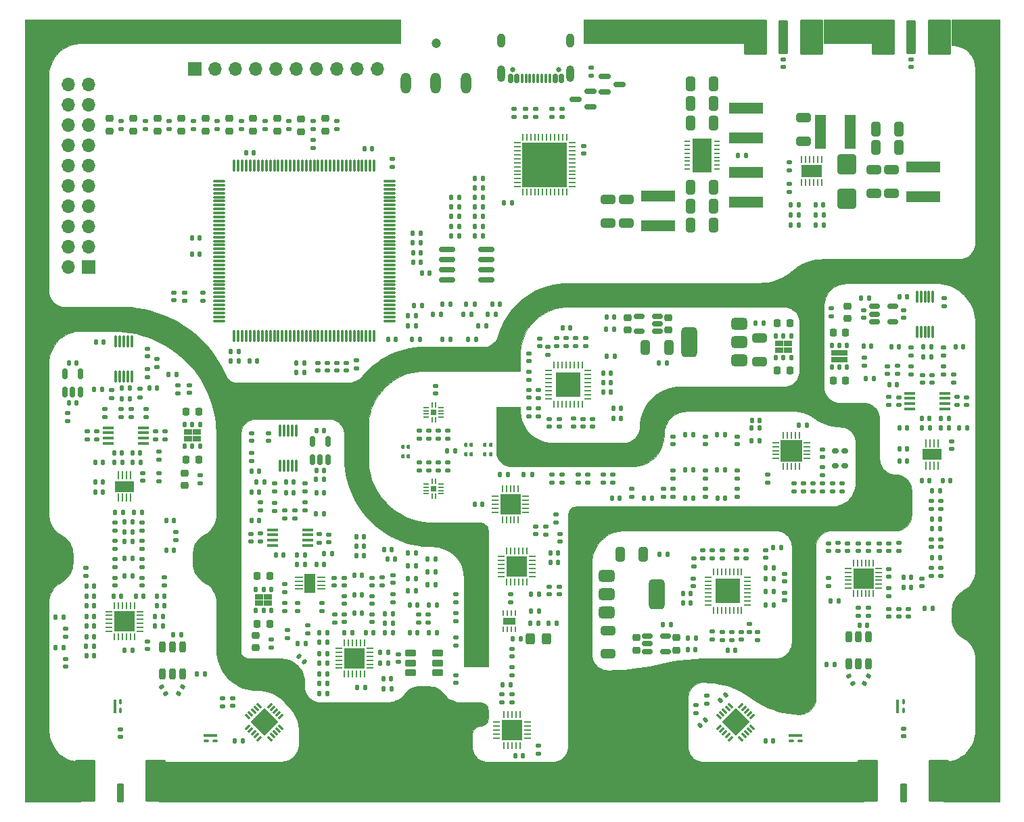
<source format=gbr>
%TF.GenerationSoftware,KiCad,Pcbnew,9.0.0*%
%TF.CreationDate,2025-02-25T23:04:32-05:00*%
%TF.ProjectId,VNA,564e412e-6b69-4636-9164-5f7063625858,rev?*%
%TF.SameCoordinates,PX535a28cPY8422900*%
%TF.FileFunction,Soldermask,Top*%
%TF.FilePolarity,Negative*%
%FSLAX46Y46*%
G04 Gerber Fmt 4.6, Leading zero omitted, Abs format (unit mm)*
G04 Created by KiCad (PCBNEW 9.0.0) date 2025-02-25 23:04:32*
%MOMM*%
%LPD*%
G01*
G04 APERTURE LIST*
G04 Aperture macros list*
%AMRoundRect*
0 Rectangle with rounded corners*
0 $1 Rounding radius*
0 $2 $3 $4 $5 $6 $7 $8 $9 X,Y pos of 4 corners*
0 Add a 4 corners polygon primitive as box body*
4,1,4,$2,$3,$4,$5,$6,$7,$8,$9,$2,$3,0*
0 Add four circle primitives for the rounded corners*
1,1,$1+$1,$2,$3*
1,1,$1+$1,$4,$5*
1,1,$1+$1,$6,$7*
1,1,$1+$1,$8,$9*
0 Add four rect primitives between the rounded corners*
20,1,$1+$1,$2,$3,$4,$5,0*
20,1,$1+$1,$4,$5,$6,$7,0*
20,1,$1+$1,$6,$7,$8,$9,0*
20,1,$1+$1,$8,$9,$2,$3,0*%
%AMRotRect*
0 Rectangle, with rotation*
0 The origin of the aperture is its center*
0 $1 length*
0 $2 width*
0 $3 Rotation angle, in degrees counterclockwise*
0 Add horizontal line*
21,1,$1,$2,0,0,$3*%
G04 Aperture macros list end*
%ADD10C,0.100000*%
%ADD11RoundRect,0.140000X-0.140000X-0.170000X0.140000X-0.170000X0.140000X0.170000X-0.140000X0.170000X0*%
%ADD12RoundRect,0.140000X0.170000X-0.140000X0.170000X0.140000X-0.170000X0.140000X-0.170000X-0.140000X0*%
%ADD13RoundRect,0.140000X-0.170000X0.140000X-0.170000X-0.140000X0.170000X-0.140000X0.170000X0.140000X0*%
%ADD14RoundRect,0.112500X-0.112500X0.202500X-0.112500X-0.202500X0.112500X-0.202500X0.112500X0.202500X0*%
%ADD15R,1.050000X0.800000*%
%ADD16RoundRect,0.135000X0.135000X0.185000X-0.135000X0.185000X-0.135000X-0.185000X0.135000X-0.185000X0*%
%ADD17RoundRect,0.135000X-0.135000X-0.185000X0.135000X-0.185000X0.135000X0.185000X-0.135000X0.185000X0*%
%ADD18RoundRect,0.135000X0.185000X-0.135000X0.185000X0.135000X-0.185000X0.135000X-0.185000X-0.135000X0*%
%ADD19RoundRect,0.147500X-0.172500X0.147500X-0.172500X-0.147500X0.172500X-0.147500X0.172500X0.147500X0*%
%ADD20RoundRect,0.140000X0.140000X0.170000X-0.140000X0.170000X-0.140000X-0.170000X0.140000X-0.170000X0*%
%ADD21RoundRect,0.150000X-0.512500X-0.150000X0.512500X-0.150000X0.512500X0.150000X-0.512500X0.150000X0*%
%ADD22RoundRect,0.250000X0.325000X0.650000X-0.325000X0.650000X-0.325000X-0.650000X0.325000X-0.650000X0*%
%ADD23RoundRect,0.135000X-0.185000X0.135000X-0.185000X-0.135000X0.185000X-0.135000X0.185000X0.135000X0*%
%ADD24RoundRect,0.225000X-0.225000X-0.250000X0.225000X-0.250000X0.225000X0.250000X-0.225000X0.250000X0*%
%ADD25R,1.400000X4.200000*%
%ADD26RoundRect,0.062500X0.350000X0.062500X-0.350000X0.062500X-0.350000X-0.062500X0.350000X-0.062500X0*%
%ADD27RoundRect,0.062500X0.062500X0.350000X-0.062500X0.350000X-0.062500X-0.350000X0.062500X-0.350000X0*%
%ADD28R,2.500000X2.500000*%
%ADD29RoundRect,0.225000X0.225000X0.250000X-0.225000X0.250000X-0.225000X-0.250000X0.225000X-0.250000X0*%
%ADD30RoundRect,0.147500X0.172500X-0.147500X0.172500X0.147500X-0.172500X0.147500X-0.172500X-0.147500X0*%
%ADD31R,1.700000X1.700000*%
%ADD32O,1.700000X1.700000*%
%ADD33RoundRect,0.250000X0.325000X0.450000X-0.325000X0.450000X-0.325000X-0.450000X0.325000X-0.450000X0*%
%ADD34RoundRect,0.200000X-0.500000X-0.200000X0.500000X-0.200000X0.500000X0.200000X-0.500000X0.200000X0*%
%ADD35RoundRect,0.105975X0.105975X-0.179475X0.105975X0.179475X-0.105975X0.179475X-0.105975X-0.179475X0*%
%ADD36RoundRect,0.218750X0.256250X-0.218750X0.256250X0.218750X-0.256250X0.218750X-0.256250X-0.218750X0*%
%ADD37C,0.650000*%
%ADD38RoundRect,0.150000X0.150000X0.425000X-0.150000X0.425000X-0.150000X-0.425000X0.150000X-0.425000X0*%
%ADD39RoundRect,0.075000X0.075000X0.500000X-0.075000X0.500000X-0.075000X-0.500000X0.075000X-0.500000X0*%
%ADD40O,1.000000X2.100000*%
%ADD41O,1.000000X1.800000*%
%ADD42RoundRect,0.075000X0.075000X-0.662500X0.075000X0.662500X-0.075000X0.662500X-0.075000X-0.662500X0*%
%ADD43RoundRect,0.075000X0.662500X-0.075000X0.662500X0.075000X-0.662500X0.075000X-0.662500X-0.075000X0*%
%ADD44RoundRect,0.225000X-0.250000X0.225000X-0.250000X-0.225000X0.250000X-0.225000X0.250000X0.225000X0*%
%ADD45RoundRect,0.250000X0.650000X-0.325000X0.650000X0.325000X-0.650000X0.325000X-0.650000X-0.325000X0*%
%ADD46RoundRect,0.062500X0.412500X0.062500X-0.412500X0.062500X-0.412500X-0.062500X0.412500X-0.062500X0*%
%ADD47R,1.450000X2.400000*%
%ADD48R,1.450000X0.450000*%
%ADD49RoundRect,0.147500X0.147500X0.172500X-0.147500X0.172500X-0.147500X-0.172500X0.147500X-0.172500X0*%
%ADD50R,4.200000X1.400000*%
%ADD51RoundRect,0.147500X-0.147500X-0.172500X0.147500X-0.172500X0.147500X0.172500X-0.147500X0.172500X0*%
%ADD52RoundRect,0.140000X0.219203X0.021213X0.021213X0.219203X-0.219203X-0.021213X-0.021213X-0.219203X0*%
%ADD53RoundRect,0.062500X0.062500X-0.375000X0.062500X0.375000X-0.062500X0.375000X-0.062500X-0.375000X0*%
%ADD54RoundRect,0.062500X0.375000X-0.062500X0.375000X0.062500X-0.375000X0.062500X-0.375000X-0.062500X0*%
%ADD55R,3.100000X3.100000*%
%ADD56RoundRect,0.150000X0.587500X0.150000X-0.587500X0.150000X-0.587500X-0.150000X0.587500X-0.150000X0*%
%ADD57RoundRect,0.225000X0.250000X-0.225000X0.250000X0.225000X-0.250000X0.225000X-0.250000X-0.225000X0*%
%ADD58RoundRect,0.062500X-0.062500X0.350000X-0.062500X-0.350000X0.062500X-0.350000X0.062500X0.350000X0*%
%ADD59RoundRect,0.062500X-0.350000X0.062500X-0.350000X-0.062500X0.350000X-0.062500X0.350000X0.062500X0*%
%ADD60R,2.600000X2.600000*%
%ADD61RoundRect,0.062500X0.062500X-0.412500X0.062500X0.412500X-0.062500X0.412500X-0.062500X-0.412500X0*%
%ADD62R,2.400000X1.450000*%
%ADD63RoundRect,0.135000X-0.092715X0.209413X-0.227715X-0.024413X0.092715X-0.209413X0.227715X0.024413X0*%
%ADD64R,5.600000X5.600000*%
%ADD65RoundRect,0.101600X0.300000X-1.050000X0.300000X1.050000X-0.300000X1.050000X-0.300000X-1.050000X0*%
%ADD66RoundRect,0.101600X1.143000X-2.540000X1.143000X2.540000X-1.143000X2.540000X-1.143000X-2.540000X0*%
%ADD67RoundRect,0.062500X-0.062500X0.375000X-0.062500X-0.375000X0.062500X-0.375000X0.062500X0.375000X0*%
%ADD68RoundRect,0.062500X-0.375000X0.062500X-0.375000X-0.062500X0.375000X-0.062500X0.375000X0.062500X0*%
%ADD69RoundRect,0.075000X0.075000X-0.650000X0.075000X0.650000X-0.075000X0.650000X-0.075000X-0.650000X0*%
%ADD70RoundRect,0.140000X-0.021213X0.219203X-0.219203X0.021213X0.021213X-0.219203X0.219203X-0.021213X0*%
%ADD71RoundRect,0.157500X0.255000X0.157500X-0.255000X0.157500X-0.255000X-0.157500X0.255000X-0.157500X0*%
%ADD72RoundRect,0.062500X-0.350000X-0.062500X0.350000X-0.062500X0.350000X0.062500X-0.350000X0.062500X0*%
%ADD73RoundRect,0.062500X-0.062500X-0.350000X0.062500X-0.350000X0.062500X0.350000X-0.062500X0.350000X0*%
%ADD74RoundRect,0.150000X0.150000X-0.512500X0.150000X0.512500X-0.150000X0.512500X-0.150000X-0.512500X0*%
%ADD75C,1.200000*%
%ADD76O,1.308000X2.616000*%
%ADD77RoundRect,0.075000X0.225000X0.075000X-0.225000X0.075000X-0.225000X-0.075000X0.225000X-0.075000X0*%
%ADD78RoundRect,0.087500X0.762500X0.087500X-0.762500X0.087500X-0.762500X-0.087500X0.762500X-0.087500X0*%
%ADD79RoundRect,0.250000X-0.650000X0.325000X-0.650000X-0.325000X0.650000X-0.325000X0.650000X0.325000X0*%
%ADD80RoundRect,0.150000X0.512500X0.150000X-0.512500X0.150000X-0.512500X-0.150000X0.512500X-0.150000X0*%
%ADD81RoundRect,0.112500X0.112500X-0.202500X0.112500X0.202500X-0.112500X0.202500X-0.112500X-0.202500X0*%
%ADD82RoundRect,0.075000X-0.075000X0.225000X-0.075000X-0.225000X0.075000X-0.225000X0.075000X0.225000X0*%
%ADD83RoundRect,0.087500X-0.087500X0.762500X-0.087500X-0.762500X0.087500X-0.762500X0.087500X0.762500X0*%
%ADD84RoundRect,0.135000X-0.227715X0.024413X-0.092715X-0.209413X0.227715X-0.024413X0.092715X0.209413X0*%
%ADD85RoundRect,0.101600X-0.500000X2.000000X-0.500000X-2.000000X0.500000X-2.000000X0.500000X2.000000X0*%
%ADD86RoundRect,0.101600X-1.333500X2.095500X-1.333500X-2.095500X1.333500X-2.095500X1.333500X2.095500X0*%
%ADD87RoundRect,0.250000X0.900000X-1.000000X0.900000X1.000000X-0.900000X1.000000X-0.900000X-1.000000X0*%
%ADD88RoundRect,0.100000X0.000010X-0.244000X0.000010X0.244000X-0.000010X0.244000X-0.000010X-0.244000X0*%
%ADD89RoundRect,0.100000X0.244000X0.000010X-0.244000X0.000010X-0.244000X-0.000010X0.244000X-0.000010X0*%
%ADD90R,0.760000X0.760000*%
%ADD91RoundRect,0.375000X0.625000X0.375000X-0.625000X0.375000X-0.625000X-0.375000X0.625000X-0.375000X0*%
%ADD92RoundRect,0.500000X0.500000X1.400000X-0.500000X1.400000X-0.500000X-1.400000X0.500000X-1.400000X0*%
%ADD93RoundRect,0.150000X0.825000X0.150000X-0.825000X0.150000X-0.825000X-0.150000X0.825000X-0.150000X0*%
%ADD94RoundRect,0.062500X-0.062500X0.300000X-0.062500X-0.300000X0.062500X-0.300000X0.062500X0.300000X0*%
%ADD95R,1.600000X0.900000*%
%ADD96RoundRect,0.100000X-0.000010X0.244000X-0.000010X-0.244000X0.000010X-0.244000X0.000010X0.244000X0*%
%ADD97RoundRect,0.100000X-0.244000X-0.000010X0.244000X-0.000010X0.244000X0.000010X-0.244000X0.000010X0*%
%ADD98RoundRect,0.200000X-0.200000X0.500000X-0.200000X-0.500000X0.200000X-0.500000X0.200000X0.500000X0*%
%ADD99RoundRect,0.150000X-0.587500X-0.150000X0.587500X-0.150000X0.587500X0.150000X-0.587500X0.150000X0*%
%ADD100RoundRect,0.062500X-0.203293X-0.291682X0.291682X0.203293X0.203293X0.291682X-0.291682X-0.203293X0*%
%ADD101RoundRect,0.062500X0.203293X-0.291682X0.291682X-0.203293X-0.203293X0.291682X-0.291682X0.203293X0*%
%ADD102RotRect,2.500000X2.500000X45.000000*%
%ADD103R,0.700000X0.250000*%
%ADD104R,2.440000X4.340000*%
%ADD105RoundRect,0.062500X0.337500X0.062500X-0.337500X0.062500X-0.337500X-0.062500X0.337500X-0.062500X0*%
%ADD106RoundRect,0.062500X0.062500X0.337500X-0.062500X0.337500X-0.062500X-0.337500X0.062500X-0.337500X0*%
%ADD107R,2.700000X2.700000*%
%ADD108RoundRect,0.140000X0.021213X-0.219203X0.219203X-0.021213X-0.021213X0.219203X-0.219203X0.021213X0*%
%ADD109RoundRect,0.375000X-0.625000X-0.375000X0.625000X-0.375000X0.625000X0.375000X-0.625000X0.375000X0*%
%ADD110RoundRect,0.500000X-0.500000X-1.400000X0.500000X-1.400000X0.500000X1.400000X-0.500000X1.400000X0*%
%ADD111RoundRect,0.062500X0.062500X-0.362500X0.062500X0.362500X-0.062500X0.362500X-0.062500X-0.362500X0*%
%ADD112R,2.500000X1.600000*%
G04 APERTURE END LIST*
D10*
X90018900Y92983600D02*
X70018900Y92983600D01*
X70018900Y95983600D01*
X90018900Y95983600D01*
X90018900Y92983600D01*
G36*
X90018900Y92983600D02*
G01*
X70018900Y92983600D01*
X70018900Y95983600D01*
X90018900Y95983600D01*
X90018900Y92983600D01*
G37*
X106018900Y92983600D02*
X100018900Y92983600D01*
X100018900Y95983600D01*
X106018900Y95983600D01*
X106018900Y92983600D01*
G36*
X106018900Y92983600D02*
G01*
X100018900Y92983600D01*
X100018900Y95983600D01*
X106018900Y95983600D01*
X106018900Y92983600D01*
G37*
X47018900Y92983600D02*
X7018900Y92983600D01*
X6238539Y92906741D01*
X5857761Y92811361D01*
X5488166Y92679118D01*
X5133313Y92511285D01*
X4796619Y92309478D01*
X4481327Y92075642D01*
X4190473Y91812027D01*
X3926858Y91521173D01*
X3693022Y91205881D01*
X3491215Y90869187D01*
X3323382Y90514334D01*
X3191139Y90144739D01*
X3095759Y89763961D01*
X3038161Y89375669D01*
X3018900Y88983600D01*
X3018900Y61983600D01*
X3039257Y61698970D01*
X3099914Y61420135D01*
X3199636Y61152770D01*
X3336393Y60902318D01*
X3507401Y60673879D01*
X3709179Y60472101D01*
X3937618Y60301093D01*
X4188070Y60164336D01*
X4455435Y60064614D01*
X4734270Y60003957D01*
X5018900Y59983600D01*
X9018900Y59983600D01*
X11018900Y59983600D01*
X12556292Y60007720D01*
X13323765Y59958267D01*
X14087508Y59867955D01*
X14845347Y59737040D01*
X15595127Y59565895D01*
X16334712Y59355008D01*
X17061998Y59104978D01*
X17774915Y58816517D01*
X18471433Y58490446D01*
X19149570Y58127693D01*
X19807397Y57729292D01*
X20443040Y57296374D01*
X21054691Y56830173D01*
X21640608Y56332016D01*
X22199125Y55803321D01*
X22728651Y55245592D01*
X23227679Y54660416D01*
X23694789Y54049459D01*
X24128652Y53414461D01*
X24528032Y52757228D01*
X24891794Y52079631D01*
X25218900Y51383599D01*
X25218900Y51383600D01*
X25266350Y51282325D01*
X25318900Y51183600D01*
X25456272Y50983945D01*
X25626485Y50811431D01*
X25824278Y50671391D01*
X26043537Y50568151D01*
X26277488Y50504902D01*
X26518899Y50483600D01*
X26518900Y50483600D01*
X40318900Y50483600D01*
X40642700Y50495125D01*
X40962321Y50548238D01*
X41272446Y50642055D01*
X41567913Y50775015D01*
X41843804Y50944905D01*
X42095530Y51148899D01*
X42318900Y51383600D01*
X42735682Y51851805D01*
X43180884Y52293074D01*
X43652770Y52705684D01*
X44149496Y53088027D01*
X44669125Y53438611D01*
X45209629Y53756067D01*
X45768900Y54039156D01*
X46344754Y54286774D01*
X46934946Y54497955D01*
X47537171Y54671875D01*
X48149080Y54807855D01*
X48768285Y54905364D01*
X49392370Y54964022D01*
X50018900Y54983600D01*
X57018900Y54983600D01*
X57570205Y54976671D01*
X57841431Y55029476D01*
X58102943Y55118716D01*
X58349870Y55242728D01*
X58577614Y55399203D01*
X58781934Y55585228D01*
X58959026Y55797337D01*
X59105591Y56031582D01*
X59218900Y56283600D01*
X59518900Y57083600D01*
X59751478Y57641519D01*
X60018900Y58183600D01*
X60666497Y59222273D01*
X61041383Y59706468D01*
X61448097Y60164253D01*
X61884784Y60593540D01*
X62349453Y60992371D01*
X62839983Y61358927D01*
X63354138Y61691536D01*
X63889572Y61988680D01*
X64443841Y62249004D01*
X65014419Y62471321D01*
X65598702Y62654616D01*
X66194025Y62798053D01*
X66797672Y62900977D01*
X67406890Y62962921D01*
X68018900Y62983600D01*
X75018900Y62983600D01*
X92018900Y62983600D01*
X92503391Y63002923D01*
X92984804Y63060771D01*
X93460081Y63156777D01*
X93926202Y63290330D01*
X94380206Y63460581D01*
X94819208Y63666450D01*
X95240421Y63906628D01*
X95641166Y64179589D01*
X96018900Y64483600D01*
X96797379Y65060572D01*
X97218592Y65300750D01*
X97657594Y65506618D01*
X98111598Y65676870D01*
X98577719Y65810423D01*
X99052996Y65906428D01*
X99534409Y65964276D01*
X100018900Y65983600D01*
X117018900Y65983600D01*
X117303530Y66003957D01*
X117582365Y66064614D01*
X117849730Y66164336D01*
X118100182Y66301093D01*
X118328621Y66472101D01*
X118530399Y66673879D01*
X118701407Y66902318D01*
X118838164Y67152770D01*
X118937886Y67420135D01*
X118998543Y67698970D01*
X119018900Y67983600D01*
X119018900Y89783600D01*
X118943684Y90451163D01*
X118850550Y90774437D01*
X118721807Y91085251D01*
X118559073Y91379696D01*
X118364394Y91654069D01*
X118140220Y91904920D01*
X117889369Y92129094D01*
X117614996Y92323773D01*
X117320551Y92486507D01*
X117009737Y92615250D01*
X116686463Y92708384D01*
X116354793Y92764737D01*
X116018900Y92783600D01*
X116018900Y95983600D01*
X122018900Y95983600D01*
X122018900Y65983600D01*
X122018900Y-2016400D01*
X115018900Y-2016400D01*
X115018900Y2983600D01*
X115799261Y3060459D01*
X116180039Y3155839D01*
X116549634Y3288082D01*
X116904487Y3455915D01*
X117241181Y3657722D01*
X117556473Y3891558D01*
X117847327Y4155173D01*
X118110942Y4446027D01*
X118344778Y4761319D01*
X118546585Y5098013D01*
X118714418Y5452866D01*
X118846661Y5822461D01*
X118942041Y6203239D01*
X118999639Y6591531D01*
X119018900Y6983600D01*
X119018900Y15983600D01*
X118998493Y16323047D01*
X118937566Y16657604D01*
X118836996Y16982452D01*
X118698231Y17292912D01*
X118523272Y17584511D01*
X118314638Y17853048D01*
X118075334Y18094656D01*
X117808808Y18305855D01*
X117518899Y18483600D01*
X117518900Y18483600D01*
X117228991Y18661346D01*
X116962466Y18872544D01*
X116723162Y19114152D01*
X116514528Y19382690D01*
X116339569Y19674288D01*
X116200805Y19984748D01*
X116100235Y20309596D01*
X116039307Y20644153D01*
X116018900Y20983600D01*
X116018900Y21983600D01*
X116100234Y22657604D01*
X116200804Y22982452D01*
X116339568Y23292912D01*
X116514528Y23584511D01*
X116723162Y23853048D01*
X116962465Y24094656D01*
X117228991Y24305854D01*
X117518900Y24483600D01*
X117808809Y24661345D01*
X118075335Y24872544D01*
X118314638Y25114152D01*
X118523272Y25382690D01*
X118698231Y25674289D01*
X118836995Y25984748D01*
X118937565Y26309596D01*
X118998493Y26644154D01*
X119018900Y26983601D01*
X119018900Y57983600D01*
X118999873Y58419379D01*
X118942939Y58851841D01*
X118848529Y59277695D01*
X118717363Y59693701D01*
X118550439Y60096691D01*
X118349027Y60483600D01*
X118114660Y60851482D01*
X117849122Y61197538D01*
X117554434Y61519134D01*
X117232838Y61813822D01*
X116886782Y62079360D01*
X116518900Y62313727D01*
X116131991Y62515139D01*
X115729001Y62682063D01*
X115312995Y62813229D01*
X114887141Y62907639D01*
X114454679Y62964573D01*
X114018900Y62983600D01*
X103018900Y62983600D01*
X102351337Y62908384D01*
X102028063Y62815250D01*
X101717249Y62686507D01*
X101422804Y62523773D01*
X101148431Y62329094D01*
X100897580Y62104920D01*
X100673406Y61854069D01*
X100478727Y61579696D01*
X100315993Y61285251D01*
X100187250Y60974437D01*
X100094116Y60651163D01*
X100037763Y60319493D01*
X100018900Y59983600D01*
X100018900Y49983600D01*
X100039257Y49698970D01*
X100099914Y49420135D01*
X100199636Y49152770D01*
X100336393Y48902318D01*
X100507401Y48673879D01*
X100709179Y48472101D01*
X100937618Y48301093D01*
X101188070Y48164336D01*
X101455435Y48064614D01*
X101734270Y48003957D01*
X102018900Y47983600D01*
X105018900Y47983600D01*
X105303530Y47963243D01*
X105582365Y47902586D01*
X105849730Y47802864D01*
X106100182Y47666107D01*
X106328621Y47495099D01*
X106530399Y47293321D01*
X106701407Y47064882D01*
X106838164Y46814430D01*
X106937886Y46547065D01*
X106998543Y46268230D01*
X107018900Y45983600D01*
X107018900Y40983600D01*
X107039257Y40698970D01*
X107099914Y40420135D01*
X107199636Y40152770D01*
X107336393Y39902318D01*
X107507401Y39673879D01*
X107709179Y39472101D01*
X107937618Y39301093D01*
X108188070Y39164336D01*
X108455435Y39064614D01*
X108734270Y39003957D01*
X109018900Y38983600D01*
X109303530Y38963243D01*
X109582365Y38902586D01*
X109849730Y38802864D01*
X110100182Y38666107D01*
X110328621Y38495099D01*
X110530399Y38293321D01*
X110701407Y38064882D01*
X110838164Y37814430D01*
X110937886Y37547065D01*
X110998543Y37268230D01*
X111018900Y36983600D01*
X111018900Y33983600D01*
X110998543Y33698970D01*
X110937886Y33420135D01*
X110838164Y33152770D01*
X110701407Y32902318D01*
X110530399Y32673879D01*
X110328621Y32472101D01*
X110100182Y32301093D01*
X109849730Y32164336D01*
X109582365Y32064614D01*
X109303530Y32003957D01*
X109018900Y31983600D01*
X101018900Y31983600D01*
X100734270Y31963243D01*
X100455435Y31902586D01*
X100188070Y31802864D01*
X99937618Y31666107D01*
X99709179Y31495099D01*
X99507401Y31293321D01*
X99336393Y31064882D01*
X99199636Y30814430D01*
X99099914Y30547065D01*
X99039257Y30268230D01*
X99018900Y29983600D01*
X99018900Y15983600D01*
X99018900Y10983600D01*
X98998543Y10698970D01*
X98937886Y10420135D01*
X98838164Y10152770D01*
X98701407Y9902318D01*
X98530399Y9673879D01*
X98328621Y9472101D01*
X98100182Y9301093D01*
X97849730Y9164336D01*
X97582365Y9064614D01*
X97303530Y9003957D01*
X97018900Y8983600D01*
X96310010Y9008758D01*
X95604686Y9084105D01*
X94906479Y9209262D01*
X94218900Y9383600D01*
X93621338Y9578565D01*
X93037274Y9810862D01*
X91918900Y10383600D01*
X91018900Y10983600D01*
X90490946Y11350843D01*
X89940733Y11683812D01*
X89370481Y11981160D01*
X88782495Y12241688D01*
X88179148Y12464344D01*
X87562877Y12648228D01*
X86936171Y12792597D01*
X86301561Y12896869D01*
X85661609Y12960623D01*
X85018900Y12983600D01*
X85018899Y12983600D01*
X84733892Y12964246D01*
X84454583Y12904327D01*
X84186716Y12805076D01*
X83935798Y12668532D01*
X83706989Y12497505D01*
X83504994Y12295510D01*
X83333967Y12066702D01*
X83197423Y11815784D01*
X83098172Y11547916D01*
X83038253Y11268607D01*
X83018900Y10983600D01*
X83018900Y7483600D01*
X83018900Y4983600D01*
X83039257Y4698970D01*
X83099914Y4420135D01*
X83199636Y4152770D01*
X83336393Y3902318D01*
X83507401Y3673879D01*
X83709179Y3472101D01*
X83937618Y3301093D01*
X84188070Y3164336D01*
X84455435Y3064614D01*
X84734270Y3003957D01*
X85018900Y2983600D01*
X105018900Y2983600D01*
X105018900Y-2016400D01*
X16818900Y-2016400D01*
X16818900Y2983600D01*
X32018900Y2983600D01*
X32614184Y3061971D01*
X32899072Y3158677D01*
X33168900Y3291742D01*
X33419051Y3458887D01*
X33645246Y3657254D01*
X33843613Y3883449D01*
X34010758Y4133600D01*
X34143823Y4403428D01*
X34240529Y4688316D01*
X34299223Y4983390D01*
X34318900Y5283600D01*
X34318900Y6983600D01*
X34233837Y7750808D01*
X34137682Y8125033D01*
X34006807Y8488575D01*
X33842368Y8838219D01*
X33645820Y9170874D01*
X33418900Y9483600D01*
X33409398Y9495477D01*
X33018900Y9983600D01*
X32397113Y10669746D01*
X32041274Y10966721D01*
X31659465Y11229470D01*
X31254967Y11455736D01*
X30831255Y11643575D01*
X30391971Y11791372D01*
X29940888Y11897859D01*
X29481882Y11962119D01*
X29018899Y11983600D01*
X29018900Y11983600D01*
X28583121Y12002627D01*
X28150659Y12059561D01*
X27724805Y12153971D01*
X27308799Y12285137D01*
X26905809Y12452061D01*
X26518900Y12653473D01*
X26151018Y12887840D01*
X25804962Y13153378D01*
X25483366Y13448066D01*
X25188678Y13769662D01*
X24923140Y14115718D01*
X24688773Y14483600D01*
X24487361Y14870509D01*
X24320437Y15273499D01*
X24189271Y15689505D01*
X24094861Y16115359D01*
X24037927Y16547821D01*
X24018900Y16983600D01*
X24018900Y22983600D01*
X23998493Y23323047D01*
X23937566Y23657604D01*
X23836996Y23982452D01*
X23698231Y24292912D01*
X23523272Y24584511D01*
X23314638Y24853048D01*
X23075334Y25094656D01*
X22808808Y25305855D01*
X22518899Y25483600D01*
X22518900Y25483600D01*
X22228991Y25661346D01*
X21962466Y25872544D01*
X21723162Y26114152D01*
X21514528Y26382690D01*
X21339569Y26674288D01*
X21200805Y26984748D01*
X21100235Y27309596D01*
X21039307Y27644153D01*
X21018900Y27983600D01*
X21018900Y28983600D01*
X21100234Y29657604D01*
X21200804Y29982452D01*
X21339568Y30292912D01*
X21514528Y30584511D01*
X21723162Y30853048D01*
X21962465Y31094656D01*
X22228991Y31305854D01*
X22518900Y31483600D01*
X22808809Y31661345D01*
X23075335Y31872544D01*
X23314638Y32114152D01*
X23523272Y32382690D01*
X23698231Y32674289D01*
X23836995Y32984748D01*
X23937565Y33309596D01*
X23998493Y33644154D01*
X24018900Y33983601D01*
X24018900Y43983600D01*
X27018900Y43983600D01*
X27018900Y16983600D01*
X27095020Y16600917D01*
X27187430Y16428030D01*
X27311793Y16276493D01*
X27463330Y16152130D01*
X27636217Y16059720D01*
X27823810Y16002815D01*
X28018900Y15983600D01*
X32018900Y15983600D01*
X32686463Y15908384D01*
X33009737Y15815250D01*
X33320551Y15686507D01*
X33614996Y15523773D01*
X33889369Y15329094D01*
X34140220Y15104920D01*
X34364394Y14854069D01*
X34559073Y14579696D01*
X34721807Y14285251D01*
X34850550Y13974437D01*
X34943684Y13651163D01*
X35000037Y13319493D01*
X35018900Y12983600D01*
X35018900Y12483600D01*
X35039257Y12198970D01*
X35099914Y11920135D01*
X35199636Y11652770D01*
X35336393Y11402318D01*
X35507401Y11173879D01*
X35709179Y10972101D01*
X35937618Y10801093D01*
X36188070Y10664336D01*
X36455435Y10564614D01*
X36734270Y10503957D01*
X37018900Y10483600D01*
X45518900Y10483600D01*
X46173532Y10570830D01*
X46486484Y10678436D01*
X46782481Y10826434D01*
X47056337Y11012233D01*
X47303252Y11232575D01*
X47518900Y11483600D01*
X47981464Y11954968D01*
X48255319Y12140766D01*
X48551316Y12288764D01*
X48864268Y12396370D01*
X49188692Y12461697D01*
X49518901Y12483600D01*
X50518900Y12483600D01*
X51173532Y12396370D01*
X51486484Y12288764D01*
X51782481Y12140765D01*
X52056337Y11954967D01*
X52303252Y11734624D01*
X52518901Y11483599D01*
X52518900Y11483600D01*
X52981464Y11012233D01*
X53255319Y10826434D01*
X53551316Y10678436D01*
X53864268Y10570830D01*
X54188691Y10505504D01*
X54518900Y10483600D01*
X57018900Y10483600D01*
X57401583Y10407480D01*
X57574470Y10315070D01*
X57726007Y10190707D01*
X57850370Y10039170D01*
X57942780Y9866283D01*
X57999685Y9678690D01*
X58018900Y9483600D01*
X58018900Y8483600D01*
X57942780Y8100917D01*
X57850370Y7928030D01*
X57726007Y7776493D01*
X57574470Y7652130D01*
X57401583Y7559720D01*
X57213990Y7502815D01*
X57018900Y7483600D01*
X56636217Y7407480D01*
X56463330Y7315070D01*
X56311793Y7190707D01*
X56187430Y7039170D01*
X56095020Y6866283D01*
X56038115Y6678690D01*
X56018900Y6483600D01*
X56018900Y4983600D01*
X56039257Y4698970D01*
X56099914Y4420135D01*
X56199636Y4152770D01*
X56336393Y3902318D01*
X56507401Y3673879D01*
X56709179Y3472101D01*
X56937618Y3301093D01*
X57188070Y3164336D01*
X57455435Y3064614D01*
X57734270Y3003957D01*
X58018900Y2983600D01*
X66018900Y2983600D01*
X66303530Y3003957D01*
X66582365Y3064614D01*
X66849730Y3164336D01*
X67100182Y3301093D01*
X67328621Y3472101D01*
X67530399Y3673879D01*
X67701407Y3902318D01*
X67838164Y4152770D01*
X67937886Y4420135D01*
X67998543Y4698970D01*
X68018900Y4983600D01*
X68018900Y7483600D01*
X68018900Y27983600D01*
X71018900Y27983600D01*
X71018900Y27883600D01*
X71018900Y16983600D01*
X71018900Y16483600D01*
X71039257Y16198970D01*
X71099914Y15920135D01*
X71199636Y15652770D01*
X71336393Y15402318D01*
X71507401Y15173879D01*
X71709179Y14972101D01*
X71937618Y14801093D01*
X72188070Y14664336D01*
X72455435Y14564614D01*
X72734270Y14503957D01*
X73018900Y14483600D01*
X74084927Y14503657D01*
X75149444Y14563799D01*
X76210946Y14663940D01*
X78318900Y14983600D01*
X79718900Y15283600D01*
X80785203Y15514258D01*
X81860262Y15699876D01*
X82942175Y15840124D01*
X84822446Y15964060D01*
X85118900Y15983600D01*
X94018900Y15983600D01*
X94303530Y16003957D01*
X94582365Y16064614D01*
X94849730Y16164336D01*
X95100182Y16301093D01*
X95328621Y16472101D01*
X95530399Y16673879D01*
X95701407Y16902318D01*
X95838164Y17152770D01*
X95937886Y17420135D01*
X95998543Y17698970D01*
X96018900Y17983600D01*
X96018900Y29983600D01*
X95998543Y30268230D01*
X95937886Y30547065D01*
X95838164Y30814430D01*
X95701407Y31064882D01*
X95530399Y31293321D01*
X95328621Y31495099D01*
X95100182Y31666107D01*
X94849730Y31802864D01*
X94582365Y31902586D01*
X94303530Y31963243D01*
X94018900Y31983600D01*
X75018900Y31983600D01*
X74238539Y31906741D01*
X73857761Y31811361D01*
X73488166Y31679118D01*
X73133313Y31511285D01*
X72796619Y31309478D01*
X72481327Y31075642D01*
X72190473Y30812027D01*
X71926858Y30521173D01*
X71693022Y30205881D01*
X71491215Y29869187D01*
X71323382Y29514334D01*
X71191139Y29144739D01*
X71095759Y28763961D01*
X71038161Y28375669D01*
X71018900Y27983600D01*
X68018900Y27983600D01*
X68018900Y33983600D01*
X68095020Y34366283D01*
X68187430Y34539170D01*
X68311793Y34690707D01*
X68463330Y34815070D01*
X68636217Y34907480D01*
X68823810Y34964385D01*
X69018900Y34983600D01*
X99018900Y34983600D01*
X101018900Y34983600D01*
X101686463Y35058816D01*
X102009737Y35151950D01*
X102320551Y35280693D01*
X102614996Y35443427D01*
X102889369Y35638106D01*
X103140220Y35862280D01*
X103364394Y36113131D01*
X103559073Y36387504D01*
X103721807Y36681949D01*
X103850550Y36992763D01*
X103943684Y37316037D01*
X104000037Y37647707D01*
X104018900Y37983600D01*
X104018900Y42983600D01*
X103998543Y43268230D01*
X103937886Y43547065D01*
X103838164Y43814430D01*
X103701407Y44064882D01*
X103530399Y44293321D01*
X103328621Y44495099D01*
X103100182Y44666107D01*
X102849730Y44802864D01*
X102582365Y44902586D01*
X102303530Y44963243D01*
X102018900Y44983600D01*
X101559904Y45004713D01*
X101104783Y45067871D01*
X100657383Y45172543D01*
X100221480Y45317844D01*
X99800757Y45502547D01*
X99398765Y45725092D01*
X99018901Y45983600D01*
X99018900Y45983600D01*
X98237044Y46464653D01*
X97816320Y46649356D01*
X97380417Y46794657D01*
X96933017Y46899329D01*
X96477896Y46962488D01*
X96018900Y46983600D01*
X83018900Y46983600D01*
X82351337Y46908384D01*
X82028063Y46815250D01*
X81717249Y46686507D01*
X81422804Y46523773D01*
X81148431Y46329094D01*
X80897580Y46104920D01*
X80673406Y45854069D01*
X80478727Y45579696D01*
X80315993Y45285251D01*
X80187250Y44974437D01*
X80094116Y44651163D01*
X80037763Y44319493D01*
X80018900Y43983600D01*
X79942041Y43203239D01*
X79846661Y42822461D01*
X79714418Y42452866D01*
X79546585Y42098013D01*
X79344778Y41761319D01*
X79110942Y41446027D01*
X78847327Y41155173D01*
X78556473Y40891558D01*
X78241181Y40657722D01*
X77904487Y40455915D01*
X77549634Y40288082D01*
X77180039Y40155839D01*
X76799261Y40060459D01*
X76410969Y40002861D01*
X76018900Y39983600D01*
X61018900Y39983600D01*
X60734270Y40003957D01*
X60455435Y40064614D01*
X60188070Y40164336D01*
X59937618Y40301093D01*
X59709179Y40472101D01*
X59507401Y40673879D01*
X59336393Y40902318D01*
X59199636Y41152770D01*
X59099914Y41420135D01*
X59039257Y41698970D01*
X59018900Y41983600D01*
X59018900Y47483600D01*
X62018900Y47483600D01*
X62018900Y46983600D01*
X62095759Y46203239D01*
X62191139Y45822461D01*
X62323382Y45452866D01*
X62491215Y45098013D01*
X62693022Y44761319D01*
X62926858Y44446027D01*
X63190473Y44155173D01*
X63481327Y43891558D01*
X63796619Y43657722D01*
X64133313Y43455915D01*
X64488166Y43288082D01*
X64857761Y43155839D01*
X65238539Y43060459D01*
X65626831Y43002861D01*
X66018900Y42983600D01*
X75018900Y42983600D01*
X75303530Y43003957D01*
X75582365Y43064614D01*
X75849730Y43164336D01*
X76100182Y43301093D01*
X76328621Y43472101D01*
X76530399Y43673879D01*
X76701407Y43902318D01*
X76838164Y44152770D01*
X76937886Y44420135D01*
X76998543Y44698970D01*
X77018900Y44983600D01*
X77037927Y45419379D01*
X77094861Y45851841D01*
X77189271Y46277695D01*
X77320437Y46693701D01*
X77487361Y47096691D01*
X77688773Y47483600D01*
X77923140Y47851482D01*
X78188678Y48197538D01*
X78483366Y48519134D01*
X78804962Y48813822D01*
X79151018Y49079360D01*
X79518900Y49313727D01*
X79905809Y49515139D01*
X80308799Y49682063D01*
X80724805Y49813229D01*
X81150659Y49907639D01*
X81583121Y49964573D01*
X82018900Y49983600D01*
X95018900Y49983600D01*
X95303530Y50003957D01*
X95582365Y50064614D01*
X95849730Y50164336D01*
X96100182Y50301093D01*
X96328621Y50472101D01*
X96530399Y50673879D01*
X96701407Y50902318D01*
X96838164Y51152770D01*
X96937886Y51420135D01*
X96998543Y51698970D01*
X97018900Y51983600D01*
X97018900Y57983600D01*
X96998543Y58268230D01*
X96937886Y58547065D01*
X96838164Y58814430D01*
X96701407Y59064882D01*
X96530399Y59293321D01*
X96328621Y59495099D01*
X96100182Y59666107D01*
X95849730Y59802864D01*
X95582365Y59902586D01*
X95303530Y59963243D01*
X95018900Y59983600D01*
X75018900Y59983600D01*
X68018900Y59983600D01*
X67523424Y59963107D01*
X67031332Y59901768D01*
X66545987Y59800002D01*
X66070703Y59658503D01*
X65608727Y59478240D01*
X65163216Y59260443D01*
X64737211Y59006599D01*
X64333624Y58718443D01*
X63955211Y58397943D01*
X63604557Y58047289D01*
X63284057Y57668876D01*
X62995901Y57265289D01*
X62742057Y56839284D01*
X62524260Y56393773D01*
X62343997Y55931797D01*
X62202498Y55456513D01*
X62100732Y54971168D01*
X62039393Y54479076D01*
X62018900Y53983600D01*
X62018900Y51983600D01*
X50018900Y51983600D01*
X49495789Y51964027D01*
X48975604Y51905416D01*
X48461253Y51808095D01*
X47955614Y51672610D01*
X47461513Y51499716D01*
X46981714Y51290382D01*
X46518900Y51045778D01*
X46075660Y50767271D01*
X45654471Y50456420D01*
X45257691Y50114963D01*
X44887537Y49744809D01*
X44546080Y49348029D01*
X44235229Y48926840D01*
X43956722Y48483600D01*
X43712118Y48020786D01*
X43502784Y47540987D01*
X43329890Y47046886D01*
X43194405Y46541247D01*
X43097084Y46026896D01*
X43038473Y45506711D01*
X43018900Y44983600D01*
X43018900Y40983600D01*
X43039283Y40412887D01*
X43100328Y39845081D01*
X43201725Y39283078D01*
X43342956Y38729740D01*
X43523302Y38187887D01*
X43741844Y37660280D01*
X43997468Y37149608D01*
X44288872Y36658473D01*
X44614570Y36189379D01*
X44972903Y35744714D01*
X45362046Y35326746D01*
X45780014Y34937603D01*
X46224679Y34579270D01*
X46693773Y34253572D01*
X47184908Y33962168D01*
X47695580Y33706544D01*
X48223187Y33488002D01*
X48765040Y33307656D01*
X49318378Y33166425D01*
X49880381Y33065028D01*
X50448187Y33003983D01*
X51018900Y32983600D01*
X57018900Y32983600D01*
X57401583Y32907480D01*
X57574470Y32815070D01*
X57726007Y32690707D01*
X57850370Y32539170D01*
X57942780Y32366283D01*
X57999685Y32178690D01*
X58018900Y31983600D01*
X58018900Y14983600D01*
X55018900Y14983600D01*
X55018900Y25983600D01*
X54942041Y26763961D01*
X54846661Y27144739D01*
X54714418Y27514334D01*
X54546585Y27869187D01*
X54344778Y28205881D01*
X54110942Y28521173D01*
X53847327Y28812027D01*
X53556473Y29075642D01*
X53241181Y29309478D01*
X52904487Y29511285D01*
X52549634Y29679118D01*
X52180039Y29811361D01*
X51799261Y29906741D01*
X51410969Y29964339D01*
X51018900Y29983600D01*
X49692997Y30063802D01*
X49036095Y30163781D01*
X48386428Y30303240D01*
X47746366Y30481670D01*
X47118246Y30698421D01*
X46504359Y30952702D01*
X45906945Y31243584D01*
X45328184Y31570006D01*
X44770188Y31930777D01*
X44234992Y32324582D01*
X43724551Y32749982D01*
X43240725Y33205425D01*
X42785282Y33689251D01*
X42359882Y34199692D01*
X41966077Y34734888D01*
X41605306Y35292884D01*
X41278884Y35871645D01*
X40988002Y36469059D01*
X40733721Y37082946D01*
X40516970Y37711066D01*
X40338540Y38351128D01*
X40199081Y39000795D01*
X40099102Y39657697D01*
X40038969Y40319437D01*
X40018900Y40983600D01*
X40018900Y43983600D01*
X39998543Y44268230D01*
X39937886Y44547065D01*
X39838164Y44814430D01*
X39701407Y45064882D01*
X39530399Y45293321D01*
X39328621Y45495099D01*
X39100182Y45666107D01*
X38849730Y45802864D01*
X38582365Y45902586D01*
X38303530Y45963243D01*
X38018900Y45983600D01*
X29018900Y45983600D01*
X28734270Y45963243D01*
X28455435Y45902586D01*
X28188070Y45802864D01*
X27937618Y45666107D01*
X27709179Y45495099D01*
X27507401Y45293321D01*
X27336393Y45064882D01*
X27199636Y44814430D01*
X27099914Y44547065D01*
X27039257Y44268230D01*
X27018900Y43983600D01*
X24018900Y43983600D01*
X23937159Y45439138D01*
X23835223Y46161181D01*
X23692963Y46876372D01*
X23510825Y47582462D01*
X23289383Y48277228D01*
X23029334Y48958485D01*
X22731495Y49624089D01*
X22396804Y50271946D01*
X22026315Y50900017D01*
X21621191Y51506327D01*
X21182709Y52088967D01*
X20712248Y52646106D01*
X20211288Y53175988D01*
X19681406Y53676948D01*
X19124267Y54147409D01*
X18541627Y54585891D01*
X17935317Y54991015D01*
X17307246Y55361504D01*
X16659389Y55696195D01*
X15993785Y55994034D01*
X15312528Y56254083D01*
X14617762Y56475525D01*
X13911672Y56657663D01*
X13196481Y56799923D01*
X12474438Y56901859D01*
X11747816Y56963149D01*
X11018900Y56983600D01*
X9018900Y56983600D01*
X7018900Y56983600D01*
X6238539Y56906741D01*
X5857761Y56811361D01*
X5488166Y56679118D01*
X5133313Y56511285D01*
X4796619Y56309478D01*
X4481327Y56075642D01*
X4190473Y55812027D01*
X3926858Y55521173D01*
X3693022Y55205881D01*
X3491215Y54869187D01*
X3323382Y54514334D01*
X3191139Y54144739D01*
X3095759Y53763961D01*
X3038161Y53375669D01*
X3018900Y52983600D01*
X3018900Y33983600D01*
X3100234Y33309596D01*
X3200804Y32984748D01*
X3339569Y32674289D01*
X3514528Y32382690D01*
X3723162Y32114152D01*
X3962465Y31872544D01*
X4228991Y31661346D01*
X4518900Y31483600D01*
X4808809Y31305854D01*
X5075334Y31094656D01*
X5314638Y30853047D01*
X5523272Y30584510D01*
X5698231Y30292911D01*
X5836995Y29982451D01*
X5937565Y29657603D01*
X5998493Y29323046D01*
X6018900Y28983599D01*
X6018900Y27983600D01*
X5998493Y27644153D01*
X5937565Y27309596D01*
X5836995Y26984748D01*
X5698231Y26674288D01*
X5523272Y26382690D01*
X5314638Y26114152D01*
X5075334Y25872544D01*
X4808808Y25661346D01*
X4518900Y25483600D01*
X4228992Y25305854D01*
X3962466Y25094655D01*
X3723163Y24853047D01*
X3514529Y24584510D01*
X3339569Y24292911D01*
X3200805Y23982452D01*
X3100235Y23657604D01*
X3039307Y23323047D01*
X3018900Y22983600D01*
X3018900Y6983600D01*
X3095759Y6203239D01*
X3191139Y5822461D01*
X3323382Y5452866D01*
X3491215Y5098013D01*
X3693022Y4761319D01*
X3926858Y4446027D01*
X4190473Y4155173D01*
X4481327Y3891558D01*
X4796619Y3657722D01*
X5133313Y3455915D01*
X5488166Y3288082D01*
X5857761Y3155839D01*
X6238539Y3060459D01*
X6626831Y3002861D01*
X7018900Y2983600D01*
X7018900Y-2016400D01*
X18900Y-2016400D01*
X18900Y95983600D01*
X47018900Y95983600D01*
X47018900Y92983600D01*
G36*
X47018900Y92983600D02*
G01*
X7018900Y92983600D01*
X6238539Y92906741D01*
X5857761Y92811361D01*
X5488166Y92679118D01*
X5133313Y92511285D01*
X4796619Y92309478D01*
X4481327Y92075642D01*
X4190473Y91812027D01*
X3926858Y91521173D01*
X3693022Y91205881D01*
X3491215Y90869187D01*
X3323382Y90514334D01*
X3191139Y90144739D01*
X3095759Y89763961D01*
X3038161Y89375669D01*
X3018900Y88983600D01*
X3018900Y61983600D01*
X3039257Y61698970D01*
X3099914Y61420135D01*
X3199636Y61152770D01*
X3336393Y60902318D01*
X3507401Y60673879D01*
X3709179Y60472101D01*
X3937618Y60301093D01*
X4188070Y60164336D01*
X4455435Y60064614D01*
X4734270Y60003957D01*
X5018900Y59983600D01*
X9018900Y59983600D01*
X11018900Y59983600D01*
X12556292Y60007720D01*
X13323765Y59958267D01*
X14087508Y59867955D01*
X14845347Y59737040D01*
X15595127Y59565895D01*
X16334712Y59355008D01*
X17061998Y59104978D01*
X17774915Y58816517D01*
X18471433Y58490446D01*
X19149570Y58127693D01*
X19807397Y57729292D01*
X20443040Y57296374D01*
X21054691Y56830173D01*
X21640608Y56332016D01*
X22199125Y55803321D01*
X22728651Y55245592D01*
X23227679Y54660416D01*
X23694789Y54049459D01*
X24128652Y53414461D01*
X24528032Y52757228D01*
X24891794Y52079631D01*
X25218900Y51383599D01*
X25218900Y51383600D01*
X25266350Y51282325D01*
X25318900Y51183600D01*
X25456272Y50983945D01*
X25626485Y50811431D01*
X25824278Y50671391D01*
X26043537Y50568151D01*
X26277488Y50504902D01*
X26518899Y50483600D01*
X26518900Y50483600D01*
X40318900Y50483600D01*
X40642700Y50495125D01*
X40962321Y50548238D01*
X41272446Y50642055D01*
X41567913Y50775015D01*
X41843804Y50944905D01*
X42095530Y51148899D01*
X42318900Y51383600D01*
X42735682Y51851805D01*
X43180884Y52293074D01*
X43652770Y52705684D01*
X44149496Y53088027D01*
X44669125Y53438611D01*
X45209629Y53756067D01*
X45768900Y54039156D01*
X46344754Y54286774D01*
X46934946Y54497955D01*
X47537171Y54671875D01*
X48149080Y54807855D01*
X48768285Y54905364D01*
X49392370Y54964022D01*
X50018900Y54983600D01*
X57018900Y54983600D01*
X57570205Y54976671D01*
X57841431Y55029476D01*
X58102943Y55118716D01*
X58349870Y55242728D01*
X58577614Y55399203D01*
X58781934Y55585228D01*
X58959026Y55797337D01*
X59105591Y56031582D01*
X59218900Y56283600D01*
X59518900Y57083600D01*
X59751478Y57641519D01*
X60018900Y58183600D01*
X60666497Y59222273D01*
X61041383Y59706468D01*
X61448097Y60164253D01*
X61884784Y60593540D01*
X62349453Y60992371D01*
X62839983Y61358927D01*
X63354138Y61691536D01*
X63889572Y61988680D01*
X64443841Y62249004D01*
X65014419Y62471321D01*
X65598702Y62654616D01*
X66194025Y62798053D01*
X66797672Y62900977D01*
X67406890Y62962921D01*
X68018900Y62983600D01*
X75018900Y62983600D01*
X92018900Y62983600D01*
X92503391Y63002923D01*
X92984804Y63060771D01*
X93460081Y63156777D01*
X93926202Y63290330D01*
X94380206Y63460581D01*
X94819208Y63666450D01*
X95240421Y63906628D01*
X95641166Y64179589D01*
X96018900Y64483600D01*
X96797379Y65060572D01*
X97218592Y65300750D01*
X97657594Y65506618D01*
X98111598Y65676870D01*
X98577719Y65810423D01*
X99052996Y65906428D01*
X99534409Y65964276D01*
X100018900Y65983600D01*
X117018900Y65983600D01*
X117303530Y66003957D01*
X117582365Y66064614D01*
X117849730Y66164336D01*
X118100182Y66301093D01*
X118328621Y66472101D01*
X118530399Y66673879D01*
X118701407Y66902318D01*
X118838164Y67152770D01*
X118937886Y67420135D01*
X118998543Y67698970D01*
X119018900Y67983600D01*
X119018900Y89783600D01*
X118943684Y90451163D01*
X118850550Y90774437D01*
X118721807Y91085251D01*
X118559073Y91379696D01*
X118364394Y91654069D01*
X118140220Y91904920D01*
X117889369Y92129094D01*
X117614996Y92323773D01*
X117320551Y92486507D01*
X117009737Y92615250D01*
X116686463Y92708384D01*
X116354793Y92764737D01*
X116018900Y92783600D01*
X116018900Y95983600D01*
X122018900Y95983600D01*
X122018900Y65983600D01*
X122018900Y-2016400D01*
X115018900Y-2016400D01*
X115018900Y2983600D01*
X115799261Y3060459D01*
X116180039Y3155839D01*
X116549634Y3288082D01*
X116904487Y3455915D01*
X117241181Y3657722D01*
X117556473Y3891558D01*
X117847327Y4155173D01*
X118110942Y4446027D01*
X118344778Y4761319D01*
X118546585Y5098013D01*
X118714418Y5452866D01*
X118846661Y5822461D01*
X118942041Y6203239D01*
X118999639Y6591531D01*
X119018900Y6983600D01*
X119018900Y15983600D01*
X118998493Y16323047D01*
X118937566Y16657604D01*
X118836996Y16982452D01*
X118698231Y17292912D01*
X118523272Y17584511D01*
X118314638Y17853048D01*
X118075334Y18094656D01*
X117808808Y18305855D01*
X117518899Y18483600D01*
X117518900Y18483600D01*
X117228991Y18661346D01*
X116962466Y18872544D01*
X116723162Y19114152D01*
X116514528Y19382690D01*
X116339569Y19674288D01*
X116200805Y19984748D01*
X116100235Y20309596D01*
X116039307Y20644153D01*
X116018900Y20983600D01*
X116018900Y21983600D01*
X116100234Y22657604D01*
X116200804Y22982452D01*
X116339568Y23292912D01*
X116514528Y23584511D01*
X116723162Y23853048D01*
X116962465Y24094656D01*
X117228991Y24305854D01*
X117518900Y24483600D01*
X117808809Y24661345D01*
X118075335Y24872544D01*
X118314638Y25114152D01*
X118523272Y25382690D01*
X118698231Y25674289D01*
X118836995Y25984748D01*
X118937565Y26309596D01*
X118998493Y26644154D01*
X119018900Y26983601D01*
X119018900Y57983600D01*
X118999873Y58419379D01*
X118942939Y58851841D01*
X118848529Y59277695D01*
X118717363Y59693701D01*
X118550439Y60096691D01*
X118349027Y60483600D01*
X118114660Y60851482D01*
X117849122Y61197538D01*
X117554434Y61519134D01*
X117232838Y61813822D01*
X116886782Y62079360D01*
X116518900Y62313727D01*
X116131991Y62515139D01*
X115729001Y62682063D01*
X115312995Y62813229D01*
X114887141Y62907639D01*
X114454679Y62964573D01*
X114018900Y62983600D01*
X103018900Y62983600D01*
X102351337Y62908384D01*
X102028063Y62815250D01*
X101717249Y62686507D01*
X101422804Y62523773D01*
X101148431Y62329094D01*
X100897580Y62104920D01*
X100673406Y61854069D01*
X100478727Y61579696D01*
X100315993Y61285251D01*
X100187250Y60974437D01*
X100094116Y60651163D01*
X100037763Y60319493D01*
X100018900Y59983600D01*
X100018900Y49983600D01*
X100039257Y49698970D01*
X100099914Y49420135D01*
X100199636Y49152770D01*
X100336393Y48902318D01*
X100507401Y48673879D01*
X100709179Y48472101D01*
X100937618Y48301093D01*
X101188070Y48164336D01*
X101455435Y48064614D01*
X101734270Y48003957D01*
X102018900Y47983600D01*
X105018900Y47983600D01*
X105303530Y47963243D01*
X105582365Y47902586D01*
X105849730Y47802864D01*
X106100182Y47666107D01*
X106328621Y47495099D01*
X106530399Y47293321D01*
X106701407Y47064882D01*
X106838164Y46814430D01*
X106937886Y46547065D01*
X106998543Y46268230D01*
X107018900Y45983600D01*
X107018900Y40983600D01*
X107039257Y40698970D01*
X107099914Y40420135D01*
X107199636Y40152770D01*
X107336393Y39902318D01*
X107507401Y39673879D01*
X107709179Y39472101D01*
X107937618Y39301093D01*
X108188070Y39164336D01*
X108455435Y39064614D01*
X108734270Y39003957D01*
X109018900Y38983600D01*
X109303530Y38963243D01*
X109582365Y38902586D01*
X109849730Y38802864D01*
X110100182Y38666107D01*
X110328621Y38495099D01*
X110530399Y38293321D01*
X110701407Y38064882D01*
X110838164Y37814430D01*
X110937886Y37547065D01*
X110998543Y37268230D01*
X111018900Y36983600D01*
X111018900Y33983600D01*
X110998543Y33698970D01*
X110937886Y33420135D01*
X110838164Y33152770D01*
X110701407Y32902318D01*
X110530399Y32673879D01*
X110328621Y32472101D01*
X110100182Y32301093D01*
X109849730Y32164336D01*
X109582365Y32064614D01*
X109303530Y32003957D01*
X109018900Y31983600D01*
X101018900Y31983600D01*
X100734270Y31963243D01*
X100455435Y31902586D01*
X100188070Y31802864D01*
X99937618Y31666107D01*
X99709179Y31495099D01*
X99507401Y31293321D01*
X99336393Y31064882D01*
X99199636Y30814430D01*
X99099914Y30547065D01*
X99039257Y30268230D01*
X99018900Y29983600D01*
X99018900Y15983600D01*
X99018900Y10983600D01*
X98998543Y10698970D01*
X98937886Y10420135D01*
X98838164Y10152770D01*
X98701407Y9902318D01*
X98530399Y9673879D01*
X98328621Y9472101D01*
X98100182Y9301093D01*
X97849730Y9164336D01*
X97582365Y9064614D01*
X97303530Y9003957D01*
X97018900Y8983600D01*
X96310010Y9008758D01*
X95604686Y9084105D01*
X94906479Y9209262D01*
X94218900Y9383600D01*
X93621338Y9578565D01*
X93037274Y9810862D01*
X91918900Y10383600D01*
X91018900Y10983600D01*
X90490946Y11350843D01*
X89940733Y11683812D01*
X89370481Y11981160D01*
X88782495Y12241688D01*
X88179148Y12464344D01*
X87562877Y12648228D01*
X86936171Y12792597D01*
X86301561Y12896869D01*
X85661609Y12960623D01*
X85018900Y12983600D01*
X85018899Y12983600D01*
X84733892Y12964246D01*
X84454583Y12904327D01*
X84186716Y12805076D01*
X83935798Y12668532D01*
X83706989Y12497505D01*
X83504994Y12295510D01*
X83333967Y12066702D01*
X83197423Y11815784D01*
X83098172Y11547916D01*
X83038253Y11268607D01*
X83018900Y10983600D01*
X83018900Y7483600D01*
X83018900Y4983600D01*
X83039257Y4698970D01*
X83099914Y4420135D01*
X83199636Y4152770D01*
X83336393Y3902318D01*
X83507401Y3673879D01*
X83709179Y3472101D01*
X83937618Y3301093D01*
X84188070Y3164336D01*
X84455435Y3064614D01*
X84734270Y3003957D01*
X85018900Y2983600D01*
X105018900Y2983600D01*
X105018900Y-2016400D01*
X16818900Y-2016400D01*
X16818900Y2983600D01*
X32018900Y2983600D01*
X32614184Y3061971D01*
X32899072Y3158677D01*
X33168900Y3291742D01*
X33419051Y3458887D01*
X33645246Y3657254D01*
X33843613Y3883449D01*
X34010758Y4133600D01*
X34143823Y4403428D01*
X34240529Y4688316D01*
X34299223Y4983390D01*
X34318900Y5283600D01*
X34318900Y6983600D01*
X34233837Y7750808D01*
X34137682Y8125033D01*
X34006807Y8488575D01*
X33842368Y8838219D01*
X33645820Y9170874D01*
X33418900Y9483600D01*
X33409398Y9495477D01*
X33018900Y9983600D01*
X32397113Y10669746D01*
X32041274Y10966721D01*
X31659465Y11229470D01*
X31254967Y11455736D01*
X30831255Y11643575D01*
X30391971Y11791372D01*
X29940888Y11897859D01*
X29481882Y11962119D01*
X29018899Y11983600D01*
X29018900Y11983600D01*
X28583121Y12002627D01*
X28150659Y12059561D01*
X27724805Y12153971D01*
X27308799Y12285137D01*
X26905809Y12452061D01*
X26518900Y12653473D01*
X26151018Y12887840D01*
X25804962Y13153378D01*
X25483366Y13448066D01*
X25188678Y13769662D01*
X24923140Y14115718D01*
X24688773Y14483600D01*
X24487361Y14870509D01*
X24320437Y15273499D01*
X24189271Y15689505D01*
X24094861Y16115359D01*
X24037927Y16547821D01*
X24018900Y16983600D01*
X24018900Y22983600D01*
X23998493Y23323047D01*
X23937566Y23657604D01*
X23836996Y23982452D01*
X23698231Y24292912D01*
X23523272Y24584511D01*
X23314638Y24853048D01*
X23075334Y25094656D01*
X22808808Y25305855D01*
X22518899Y25483600D01*
X22518900Y25483600D01*
X22228991Y25661346D01*
X21962466Y25872544D01*
X21723162Y26114152D01*
X21514528Y26382690D01*
X21339569Y26674288D01*
X21200805Y26984748D01*
X21100235Y27309596D01*
X21039307Y27644153D01*
X21018900Y27983600D01*
X21018900Y28983600D01*
X21100234Y29657604D01*
X21200804Y29982452D01*
X21339568Y30292912D01*
X21514528Y30584511D01*
X21723162Y30853048D01*
X21962465Y31094656D01*
X22228991Y31305854D01*
X22518900Y31483600D01*
X22808809Y31661345D01*
X23075335Y31872544D01*
X23314638Y32114152D01*
X23523272Y32382690D01*
X23698231Y32674289D01*
X23836995Y32984748D01*
X23937565Y33309596D01*
X23998493Y33644154D01*
X24018900Y33983601D01*
X24018900Y43983600D01*
X27018900Y43983600D01*
X27018900Y16983600D01*
X27095020Y16600917D01*
X27187430Y16428030D01*
X27311793Y16276493D01*
X27463330Y16152130D01*
X27636217Y16059720D01*
X27823810Y16002815D01*
X28018900Y15983600D01*
X32018900Y15983600D01*
X32686463Y15908384D01*
X33009737Y15815250D01*
X33320551Y15686507D01*
X33614996Y15523773D01*
X33889369Y15329094D01*
X34140220Y15104920D01*
X34364394Y14854069D01*
X34559073Y14579696D01*
X34721807Y14285251D01*
X34850550Y13974437D01*
X34943684Y13651163D01*
X35000037Y13319493D01*
X35018900Y12983600D01*
X35018900Y12483600D01*
X35039257Y12198970D01*
X35099914Y11920135D01*
X35199636Y11652770D01*
X35336393Y11402318D01*
X35507401Y11173879D01*
X35709179Y10972101D01*
X35937618Y10801093D01*
X36188070Y10664336D01*
X36455435Y10564614D01*
X36734270Y10503957D01*
X37018900Y10483600D01*
X45518900Y10483600D01*
X46173532Y10570830D01*
X46486484Y10678436D01*
X46782481Y10826434D01*
X47056337Y11012233D01*
X47303252Y11232575D01*
X47518900Y11483600D01*
X47981464Y11954968D01*
X48255319Y12140766D01*
X48551316Y12288764D01*
X48864268Y12396370D01*
X49188692Y12461697D01*
X49518901Y12483600D01*
X50518900Y12483600D01*
X51173532Y12396370D01*
X51486484Y12288764D01*
X51782481Y12140765D01*
X52056337Y11954967D01*
X52303252Y11734624D01*
X52518901Y11483599D01*
X52518900Y11483600D01*
X52981464Y11012233D01*
X53255319Y10826434D01*
X53551316Y10678436D01*
X53864268Y10570830D01*
X54188691Y10505504D01*
X54518900Y10483600D01*
X57018900Y10483600D01*
X57401583Y10407480D01*
X57574470Y10315070D01*
X57726007Y10190707D01*
X57850370Y10039170D01*
X57942780Y9866283D01*
X57999685Y9678690D01*
X58018900Y9483600D01*
X58018900Y8483600D01*
X57942780Y8100917D01*
X57850370Y7928030D01*
X57726007Y7776493D01*
X57574470Y7652130D01*
X57401583Y7559720D01*
X57213990Y7502815D01*
X57018900Y7483600D01*
X56636217Y7407480D01*
X56463330Y7315070D01*
X56311793Y7190707D01*
X56187430Y7039170D01*
X56095020Y6866283D01*
X56038115Y6678690D01*
X56018900Y6483600D01*
X56018900Y4983600D01*
X56039257Y4698970D01*
X56099914Y4420135D01*
X56199636Y4152770D01*
X56336393Y3902318D01*
X56507401Y3673879D01*
X56709179Y3472101D01*
X56937618Y3301093D01*
X57188070Y3164336D01*
X57455435Y3064614D01*
X57734270Y3003957D01*
X58018900Y2983600D01*
X66018900Y2983600D01*
X66303530Y3003957D01*
X66582365Y3064614D01*
X66849730Y3164336D01*
X67100182Y3301093D01*
X67328621Y3472101D01*
X67530399Y3673879D01*
X67701407Y3902318D01*
X67838164Y4152770D01*
X67937886Y4420135D01*
X67998543Y4698970D01*
X68018900Y4983600D01*
X68018900Y7483600D01*
X68018900Y27983600D01*
X71018900Y27983600D01*
X71018900Y27883600D01*
X71018900Y16983600D01*
X71018900Y16483600D01*
X71039257Y16198970D01*
X71099914Y15920135D01*
X71199636Y15652770D01*
X71336393Y15402318D01*
X71507401Y15173879D01*
X71709179Y14972101D01*
X71937618Y14801093D01*
X72188070Y14664336D01*
X72455435Y14564614D01*
X72734270Y14503957D01*
X73018900Y14483600D01*
X74084927Y14503657D01*
X75149444Y14563799D01*
X76210946Y14663940D01*
X78318900Y14983600D01*
X79718900Y15283600D01*
X80785203Y15514258D01*
X81860262Y15699876D01*
X82942175Y15840124D01*
X84822446Y15964060D01*
X85118900Y15983600D01*
X94018900Y15983600D01*
X94303530Y16003957D01*
X94582365Y16064614D01*
X94849730Y16164336D01*
X95100182Y16301093D01*
X95328621Y16472101D01*
X95530399Y16673879D01*
X95701407Y16902318D01*
X95838164Y17152770D01*
X95937886Y17420135D01*
X95998543Y17698970D01*
X96018900Y17983600D01*
X96018900Y29983600D01*
X95998543Y30268230D01*
X95937886Y30547065D01*
X95838164Y30814430D01*
X95701407Y31064882D01*
X95530399Y31293321D01*
X95328621Y31495099D01*
X95100182Y31666107D01*
X94849730Y31802864D01*
X94582365Y31902586D01*
X94303530Y31963243D01*
X94018900Y31983600D01*
X75018900Y31983600D01*
X74238539Y31906741D01*
X73857761Y31811361D01*
X73488166Y31679118D01*
X73133313Y31511285D01*
X72796619Y31309478D01*
X72481327Y31075642D01*
X72190473Y30812027D01*
X71926858Y30521173D01*
X71693022Y30205881D01*
X71491215Y29869187D01*
X71323382Y29514334D01*
X71191139Y29144739D01*
X71095759Y28763961D01*
X71038161Y28375669D01*
X71018900Y27983600D01*
X68018900Y27983600D01*
X68018900Y33983600D01*
X68095020Y34366283D01*
X68187430Y34539170D01*
X68311793Y34690707D01*
X68463330Y34815070D01*
X68636217Y34907480D01*
X68823810Y34964385D01*
X69018900Y34983600D01*
X99018900Y34983600D01*
X101018900Y34983600D01*
X101686463Y35058816D01*
X102009737Y35151950D01*
X102320551Y35280693D01*
X102614996Y35443427D01*
X102889369Y35638106D01*
X103140220Y35862280D01*
X103364394Y36113131D01*
X103559073Y36387504D01*
X103721807Y36681949D01*
X103850550Y36992763D01*
X103943684Y37316037D01*
X104000037Y37647707D01*
X104018900Y37983600D01*
X104018900Y42983600D01*
X103998543Y43268230D01*
X103937886Y43547065D01*
X103838164Y43814430D01*
X103701407Y44064882D01*
X103530399Y44293321D01*
X103328621Y44495099D01*
X103100182Y44666107D01*
X102849730Y44802864D01*
X102582365Y44902586D01*
X102303530Y44963243D01*
X102018900Y44983600D01*
X101559904Y45004713D01*
X101104783Y45067871D01*
X100657383Y45172543D01*
X100221480Y45317844D01*
X99800757Y45502547D01*
X99398765Y45725092D01*
X99018901Y45983600D01*
X99018900Y45983600D01*
X98237044Y46464653D01*
X97816320Y46649356D01*
X97380417Y46794657D01*
X96933017Y46899329D01*
X96477896Y46962488D01*
X96018900Y46983600D01*
X83018900Y46983600D01*
X82351337Y46908384D01*
X82028063Y46815250D01*
X81717249Y46686507D01*
X81422804Y46523773D01*
X81148431Y46329094D01*
X80897580Y46104920D01*
X80673406Y45854069D01*
X80478727Y45579696D01*
X80315993Y45285251D01*
X80187250Y44974437D01*
X80094116Y44651163D01*
X80037763Y44319493D01*
X80018900Y43983600D01*
X79942041Y43203239D01*
X79846661Y42822461D01*
X79714418Y42452866D01*
X79546585Y42098013D01*
X79344778Y41761319D01*
X79110942Y41446027D01*
X78847327Y41155173D01*
X78556473Y40891558D01*
X78241181Y40657722D01*
X77904487Y40455915D01*
X77549634Y40288082D01*
X77180039Y40155839D01*
X76799261Y40060459D01*
X76410969Y40002861D01*
X76018900Y39983600D01*
X61018900Y39983600D01*
X60734270Y40003957D01*
X60455435Y40064614D01*
X60188070Y40164336D01*
X59937618Y40301093D01*
X59709179Y40472101D01*
X59507401Y40673879D01*
X59336393Y40902318D01*
X59199636Y41152770D01*
X59099914Y41420135D01*
X59039257Y41698970D01*
X59018900Y41983600D01*
X59018900Y47483600D01*
X62018900Y47483600D01*
X62018900Y46983600D01*
X62095759Y46203239D01*
X62191139Y45822461D01*
X62323382Y45452866D01*
X62491215Y45098013D01*
X62693022Y44761319D01*
X62926858Y44446027D01*
X63190473Y44155173D01*
X63481327Y43891558D01*
X63796619Y43657722D01*
X64133313Y43455915D01*
X64488166Y43288082D01*
X64857761Y43155839D01*
X65238539Y43060459D01*
X65626831Y43002861D01*
X66018900Y42983600D01*
X75018900Y42983600D01*
X75303530Y43003957D01*
X75582365Y43064614D01*
X75849730Y43164336D01*
X76100182Y43301093D01*
X76328621Y43472101D01*
X76530399Y43673879D01*
X76701407Y43902318D01*
X76838164Y44152770D01*
X76937886Y44420135D01*
X76998543Y44698970D01*
X77018900Y44983600D01*
X77037927Y45419379D01*
X77094861Y45851841D01*
X77189271Y46277695D01*
X77320437Y46693701D01*
X77487361Y47096691D01*
X77688773Y47483600D01*
X77923140Y47851482D01*
X78188678Y48197538D01*
X78483366Y48519134D01*
X78804962Y48813822D01*
X79151018Y49079360D01*
X79518900Y49313727D01*
X79905809Y49515139D01*
X80308799Y49682063D01*
X80724805Y49813229D01*
X81150659Y49907639D01*
X81583121Y49964573D01*
X82018900Y49983600D01*
X95018900Y49983600D01*
X95303530Y50003957D01*
X95582365Y50064614D01*
X95849730Y50164336D01*
X96100182Y50301093D01*
X96328621Y50472101D01*
X96530399Y50673879D01*
X96701407Y50902318D01*
X96838164Y51152770D01*
X96937886Y51420135D01*
X96998543Y51698970D01*
X97018900Y51983600D01*
X97018900Y57983600D01*
X96998543Y58268230D01*
X96937886Y58547065D01*
X96838164Y58814430D01*
X96701407Y59064882D01*
X96530399Y59293321D01*
X96328621Y59495099D01*
X96100182Y59666107D01*
X95849730Y59802864D01*
X95582365Y59902586D01*
X95303530Y59963243D01*
X95018900Y59983600D01*
X75018900Y59983600D01*
X68018900Y59983600D01*
X67523424Y59963107D01*
X67031332Y59901768D01*
X66545987Y59800002D01*
X66070703Y59658503D01*
X65608727Y59478240D01*
X65163216Y59260443D01*
X64737211Y59006599D01*
X64333624Y58718443D01*
X63955211Y58397943D01*
X63604557Y58047289D01*
X63284057Y57668876D01*
X62995901Y57265289D01*
X62742057Y56839284D01*
X62524260Y56393773D01*
X62343997Y55931797D01*
X62202498Y55456513D01*
X62100732Y54971168D01*
X62039393Y54479076D01*
X62018900Y53983600D01*
X62018900Y51983600D01*
X50018900Y51983600D01*
X49495789Y51964027D01*
X48975604Y51905416D01*
X48461253Y51808095D01*
X47955614Y51672610D01*
X47461513Y51499716D01*
X46981714Y51290382D01*
X46518900Y51045778D01*
X46075660Y50767271D01*
X45654471Y50456420D01*
X45257691Y50114963D01*
X44887537Y49744809D01*
X44546080Y49348029D01*
X44235229Y48926840D01*
X43956722Y48483600D01*
X43712118Y48020786D01*
X43502784Y47540987D01*
X43329890Y47046886D01*
X43194405Y46541247D01*
X43097084Y46026896D01*
X43038473Y45506711D01*
X43018900Y44983600D01*
X43018900Y40983600D01*
X43039283Y40412887D01*
X43100328Y39845081D01*
X43201725Y39283078D01*
X43342956Y38729740D01*
X43523302Y38187887D01*
X43741844Y37660280D01*
X43997468Y37149608D01*
X44288872Y36658473D01*
X44614570Y36189379D01*
X44972903Y35744714D01*
X45362046Y35326746D01*
X45780014Y34937603D01*
X46224679Y34579270D01*
X46693773Y34253572D01*
X47184908Y33962168D01*
X47695580Y33706544D01*
X48223187Y33488002D01*
X48765040Y33307656D01*
X49318378Y33166425D01*
X49880381Y33065028D01*
X50448187Y33003983D01*
X51018900Y32983600D01*
X57018900Y32983600D01*
X57401583Y32907480D01*
X57574470Y32815070D01*
X57726007Y32690707D01*
X57850370Y32539170D01*
X57942780Y32366283D01*
X57999685Y32178690D01*
X58018900Y31983600D01*
X58018900Y14983600D01*
X55018900Y14983600D01*
X55018900Y25983600D01*
X54942041Y26763961D01*
X54846661Y27144739D01*
X54714418Y27514334D01*
X54546585Y27869187D01*
X54344778Y28205881D01*
X54110942Y28521173D01*
X53847327Y28812027D01*
X53556473Y29075642D01*
X53241181Y29309478D01*
X52904487Y29511285D01*
X52549634Y29679118D01*
X52180039Y29811361D01*
X51799261Y29906741D01*
X51410969Y29964339D01*
X51018900Y29983600D01*
X49692997Y30063802D01*
X49036095Y30163781D01*
X48386428Y30303240D01*
X47746366Y30481670D01*
X47118246Y30698421D01*
X46504359Y30952702D01*
X45906945Y31243584D01*
X45328184Y31570006D01*
X44770188Y31930777D01*
X44234992Y32324582D01*
X43724551Y32749982D01*
X43240725Y33205425D01*
X42785282Y33689251D01*
X42359882Y34199692D01*
X41966077Y34734888D01*
X41605306Y35292884D01*
X41278884Y35871645D01*
X40988002Y36469059D01*
X40733721Y37082946D01*
X40516970Y37711066D01*
X40338540Y38351128D01*
X40199081Y39000795D01*
X40099102Y39657697D01*
X40038969Y40319437D01*
X40018900Y40983600D01*
X40018900Y43983600D01*
X39998543Y44268230D01*
X39937886Y44547065D01*
X39838164Y44814430D01*
X39701407Y45064882D01*
X39530399Y45293321D01*
X39328621Y45495099D01*
X39100182Y45666107D01*
X38849730Y45802864D01*
X38582365Y45902586D01*
X38303530Y45963243D01*
X38018900Y45983600D01*
X29018900Y45983600D01*
X28734270Y45963243D01*
X28455435Y45902586D01*
X28188070Y45802864D01*
X27937618Y45666107D01*
X27709179Y45495099D01*
X27507401Y45293321D01*
X27336393Y45064882D01*
X27199636Y44814430D01*
X27099914Y44547065D01*
X27039257Y44268230D01*
X27018900Y43983600D01*
X24018900Y43983600D01*
X23937159Y45439138D01*
X23835223Y46161181D01*
X23692963Y46876372D01*
X23510825Y47582462D01*
X23289383Y48277228D01*
X23029334Y48958485D01*
X22731495Y49624089D01*
X22396804Y50271946D01*
X22026315Y50900017D01*
X21621191Y51506327D01*
X21182709Y52088967D01*
X20712248Y52646106D01*
X20211288Y53175988D01*
X19681406Y53676948D01*
X19124267Y54147409D01*
X18541627Y54585891D01*
X17935317Y54991015D01*
X17307246Y55361504D01*
X16659389Y55696195D01*
X15993785Y55994034D01*
X15312528Y56254083D01*
X14617762Y56475525D01*
X13911672Y56657663D01*
X13196481Y56799923D01*
X12474438Y56901859D01*
X11747816Y56963149D01*
X11018900Y56983600D01*
X9018900Y56983600D01*
X7018900Y56983600D01*
X6238539Y56906741D01*
X5857761Y56811361D01*
X5488166Y56679118D01*
X5133313Y56511285D01*
X4796619Y56309478D01*
X4481327Y56075642D01*
X4190473Y55812027D01*
X3926858Y55521173D01*
X3693022Y55205881D01*
X3491215Y54869187D01*
X3323382Y54514334D01*
X3191139Y54144739D01*
X3095759Y53763961D01*
X3038161Y53375669D01*
X3018900Y52983600D01*
X3018900Y33983600D01*
X3100234Y33309596D01*
X3200804Y32984748D01*
X3339569Y32674289D01*
X3514528Y32382690D01*
X3723162Y32114152D01*
X3962465Y31872544D01*
X4228991Y31661346D01*
X4518900Y31483600D01*
X4808809Y31305854D01*
X5075334Y31094656D01*
X5314638Y30853047D01*
X5523272Y30584510D01*
X5698231Y30292911D01*
X5836995Y29982451D01*
X5937565Y29657603D01*
X5998493Y29323046D01*
X6018900Y28983599D01*
X6018900Y27983600D01*
X5998493Y27644153D01*
X5937565Y27309596D01*
X5836995Y26984748D01*
X5698231Y26674288D01*
X5523272Y26382690D01*
X5314638Y26114152D01*
X5075334Y25872544D01*
X4808808Y25661346D01*
X4518900Y25483600D01*
X4228992Y25305854D01*
X3962466Y25094655D01*
X3723163Y24853047D01*
X3514529Y24584510D01*
X3339569Y24292911D01*
X3200805Y23982452D01*
X3100235Y23657604D01*
X3039307Y23323047D01*
X3018900Y22983600D01*
X3018900Y6983600D01*
X3095759Y6203239D01*
X3191139Y5822461D01*
X3323382Y5452866D01*
X3491215Y5098013D01*
X3693022Y4761319D01*
X3926858Y4446027D01*
X4190473Y4155173D01*
X4481327Y3891558D01*
X4796619Y3657722D01*
X5133313Y3455915D01*
X5488166Y3288082D01*
X5857761Y3155839D01*
X6238539Y3060459D01*
X6626831Y3002861D01*
X7018900Y2983600D01*
X7018900Y-2016400D01*
X18900Y-2016400D01*
X18900Y95983600D01*
X47018900Y95983600D01*
X47018900Y92983600D01*
G37*
D11*
X16520000Y23800000D03*
X17480000Y23800000D03*
D12*
X64000000Y31520000D03*
X64000000Y32480000D03*
D13*
X85200000Y43780000D03*
X85200000Y42820000D03*
D14*
X95950000Y56340000D03*
X95000000Y56340000D03*
X94050000Y56340000D03*
X94050000Y53660000D03*
X95000000Y53660000D03*
X95950000Y53660000D03*
D15*
X95525000Y55400000D03*
X94475000Y55400000D03*
X95525000Y54600000D03*
X94475000Y54600000D03*
D16*
X87710000Y44000000D03*
X86690000Y44000000D03*
D17*
X41590000Y12300000D03*
X42610000Y12300000D03*
D18*
X51800000Y39490000D03*
X51800000Y40510000D03*
D19*
X44790000Y26115000D03*
X44790000Y25145000D03*
D20*
X50680000Y64200000D03*
X49720000Y64200000D03*
D21*
X106362500Y60050000D03*
X106362500Y59100000D03*
X106362500Y58150000D03*
X108637500Y58150000D03*
X108637500Y60050000D03*
D12*
X95700000Y74420000D03*
X95700000Y75380000D03*
D22*
X86275000Y72600000D03*
X83325000Y72600000D03*
D20*
X42230000Y21650000D03*
X41270000Y21650000D03*
D23*
X22300000Y61810000D03*
X22300000Y60790000D03*
D20*
X8680000Y23800000D03*
X7720000Y23800000D03*
D24*
X29125000Y26300000D03*
X30675000Y26300000D03*
D11*
X63420000Y21900000D03*
X64380000Y21900000D03*
D20*
X49180000Y22700000D03*
X48220000Y22700000D03*
D11*
X109520000Y42200000D03*
X110480000Y42200000D03*
X16520000Y22600000D03*
X17480000Y22600000D03*
D13*
X40300000Y52980000D03*
X40300000Y52020000D03*
D17*
X47990000Y26000000D03*
X49010000Y26000000D03*
D25*
X99650000Y81900000D03*
X103350000Y81900000D03*
D26*
X62937500Y6000000D03*
X62937500Y6500000D03*
X62937500Y7000000D03*
X62937500Y7500000D03*
X62937500Y8000000D03*
D27*
X62000000Y8937500D03*
X61500000Y8937500D03*
X61000000Y8937500D03*
X60500000Y8937500D03*
X60000000Y8937500D03*
D26*
X59062500Y8000000D03*
X59062500Y7500000D03*
X59062500Y7000000D03*
X59062500Y6500000D03*
X59062500Y6000000D03*
D27*
X60000000Y5062500D03*
X60500000Y5062500D03*
X61000000Y5062500D03*
X61500000Y5062500D03*
X62000000Y5062500D03*
D28*
X61000000Y7000000D03*
D11*
X5520000Y53000000D03*
X6480000Y53000000D03*
D18*
X54000000Y20590000D03*
X54000000Y21610000D03*
D29*
X102775000Y56800000D03*
X101225000Y56800000D03*
D11*
X48620000Y66800000D03*
X49580000Y66800000D03*
D16*
X4910000Y17300000D03*
X3890000Y17300000D03*
D20*
X83980000Y17100000D03*
X83020000Y17100000D03*
D16*
X8710000Y17500000D03*
X7690000Y17500000D03*
D12*
X66600000Y55120000D03*
X66600000Y56080000D03*
D20*
X49180000Y19200000D03*
X48220000Y19200000D03*
D22*
X109475000Y80000000D03*
X106525000Y80000000D03*
D23*
X84000000Y10110000D03*
X84000000Y9090000D03*
D16*
X35210000Y17800000D03*
X34190000Y17800000D03*
D13*
X15400000Y52180000D03*
X15400000Y51220000D03*
D12*
X5100000Y14920000D03*
X5100000Y15880000D03*
D30*
X40000000Y25115000D03*
X40000000Y26085000D03*
D23*
X64000000Y84810000D03*
X64000000Y83790000D03*
D16*
X87710000Y39600000D03*
X86690000Y39600000D03*
D31*
X21298900Y89803600D03*
D32*
X23838900Y89803600D03*
X26378900Y89803600D03*
X28918900Y89803600D03*
X31458900Y89803600D03*
X33998900Y89803600D03*
X36538900Y89803600D03*
X39078900Y89803600D03*
X41618900Y89803600D03*
X44158900Y89803600D03*
D12*
X46100000Y25420000D03*
X46100000Y26380000D03*
D13*
X73600000Y38980000D03*
X73600000Y38020000D03*
D12*
X61300000Y83820000D03*
X61300000Y84780000D03*
D13*
X64468900Y56023600D03*
X64468900Y55063600D03*
D23*
X22000000Y38910000D03*
X22000000Y37890000D03*
D22*
X86275000Y87900000D03*
X83325000Y87900000D03*
D16*
X101410000Y15200000D03*
X100390000Y15200000D03*
D12*
X96300000Y36920000D03*
X96300000Y37880000D03*
D11*
X105020000Y55100000D03*
X105980000Y55100000D03*
D33*
X65325000Y18400000D03*
X63275000Y18400000D03*
D23*
X15100000Y83310000D03*
X15100000Y82290000D03*
D13*
X54000000Y18580000D03*
X54000000Y17620000D03*
D12*
X104400000Y21320000D03*
X104400000Y22280000D03*
D11*
X8720000Y49700000D03*
X9680000Y49700000D03*
D17*
X92790000Y22700000D03*
X93810000Y22700000D03*
D16*
X115710000Y44800000D03*
X114690000Y44800000D03*
D20*
X64280000Y20400000D03*
X63320000Y20400000D03*
D18*
X16600000Y52490000D03*
X16600000Y53510000D03*
X72400000Y37990000D03*
X72400000Y39010000D03*
D11*
X112520000Y53700000D03*
X113480000Y53700000D03*
D17*
X44890000Y12200000D03*
X45910000Y12200000D03*
D20*
X42480000Y30000000D03*
X41520000Y30000000D03*
D13*
X65700000Y45980000D03*
X65700000Y45020000D03*
D34*
X48285000Y14150000D03*
X48285000Y15400000D03*
X48285000Y16650000D03*
X51715000Y16650000D03*
X51715000Y15400000D03*
X51715000Y14150000D03*
D12*
X11300000Y25120000D03*
X11300000Y26080000D03*
X110000000Y6220000D03*
X110000000Y7180000D03*
D11*
X15620000Y49800000D03*
X16580000Y49800000D03*
D12*
X54000000Y12920000D03*
X54000000Y13880000D03*
D17*
X50390000Y25200000D03*
X51410000Y25200000D03*
D13*
X60800000Y23980000D03*
X60800000Y23020000D03*
D16*
X114610000Y37000000D03*
X113590000Y37000000D03*
D13*
X92725000Y29530000D03*
X92725000Y28570000D03*
D20*
X73380000Y50500000D03*
X72420000Y50500000D03*
D13*
X110600000Y22180000D03*
X110600000Y21220000D03*
D23*
X31300000Y37910000D03*
X31300000Y36890000D03*
D35*
X47350000Y41300400D03*
X48050000Y41300400D03*
X48050000Y42499600D03*
X47350000Y42499600D03*
D36*
X10620000Y82032500D03*
X10620000Y83607500D03*
D18*
X9000000Y43390000D03*
X9000000Y44410000D03*
D16*
X53310000Y55900000D03*
X52290000Y55900000D03*
D18*
X50600000Y39490000D03*
X50600000Y40510000D03*
D20*
X28678900Y79283600D03*
X27718900Y79283600D03*
D37*
X66888900Y89698600D03*
X61108900Y89698600D03*
D38*
X67198900Y88623600D03*
X66398900Y88623600D03*
D39*
X65248900Y88623600D03*
X64248900Y88623600D03*
X63748900Y88623600D03*
X62748900Y88623600D03*
D38*
X61598900Y88623600D03*
X60798900Y88623600D03*
X60798900Y88623600D03*
X61598900Y88623600D03*
D39*
X62248900Y88623600D03*
X63248900Y88623600D03*
X64748900Y88623600D03*
X65748900Y88623600D03*
D38*
X66398900Y88623600D03*
X67198900Y88623600D03*
D40*
X68318900Y89198600D03*
D41*
X68318900Y93378600D03*
D40*
X59678900Y89198600D03*
D41*
X59678900Y93378600D03*
D42*
X26250000Y56337500D03*
X26750000Y56337500D03*
X27250000Y56337500D03*
X27750000Y56337500D03*
X28250000Y56337500D03*
X28750000Y56337500D03*
X29250000Y56337500D03*
X29750000Y56337500D03*
X30250000Y56337500D03*
X30750000Y56337500D03*
X31250000Y56337500D03*
X31750000Y56337500D03*
X32250000Y56337500D03*
X32750000Y56337500D03*
X33250000Y56337500D03*
X33750000Y56337500D03*
X34250000Y56337500D03*
X34750000Y56337500D03*
X35250000Y56337500D03*
X35750000Y56337500D03*
X36250000Y56337500D03*
X36750000Y56337500D03*
X37250000Y56337500D03*
X37750000Y56337500D03*
X38250000Y56337500D03*
X38750000Y56337500D03*
X39250000Y56337500D03*
X39750000Y56337500D03*
X40250000Y56337500D03*
X40750000Y56337500D03*
X41250000Y56337500D03*
X41750000Y56337500D03*
X42250000Y56337500D03*
X42750000Y56337500D03*
X43250000Y56337500D03*
X43750000Y56337500D03*
D43*
X45662500Y58250000D03*
X45662500Y58750000D03*
X45662500Y59250000D03*
X45662500Y59750000D03*
X45662500Y60250000D03*
X45662500Y60750000D03*
X45662500Y61250000D03*
X45662500Y61750000D03*
X45662500Y62250000D03*
X45662500Y62750000D03*
X45662500Y63250000D03*
X45662500Y63750000D03*
X45662500Y64250000D03*
X45662500Y64750000D03*
X45662500Y65250000D03*
X45662500Y65750000D03*
X45662500Y66250000D03*
X45662500Y66750000D03*
X45662500Y67250000D03*
X45662500Y67750000D03*
X45662500Y68250000D03*
X45662500Y68750000D03*
X45662500Y69250000D03*
X45662500Y69750000D03*
X45662500Y70250000D03*
X45662500Y70750000D03*
X45662500Y71250000D03*
X45662500Y71750000D03*
X45662500Y72250000D03*
X45662500Y72750000D03*
X45662500Y73250000D03*
X45662500Y73750000D03*
X45662500Y74250000D03*
X45662500Y74750000D03*
X45662500Y75250000D03*
X45662500Y75750000D03*
D42*
X43750000Y77662500D03*
X43250000Y77662500D03*
X42750000Y77662500D03*
X42250000Y77662500D03*
X41750000Y77662500D03*
X41250000Y77662500D03*
X40750000Y77662500D03*
X40250000Y77662500D03*
X39750000Y77662500D03*
X39250000Y77662500D03*
X38750000Y77662500D03*
X38250000Y77662500D03*
X37750000Y77662500D03*
X37250000Y77662500D03*
X36750000Y77662500D03*
X36250000Y77662500D03*
X35750000Y77662500D03*
X35250000Y77662500D03*
X34750000Y77662500D03*
X34250000Y77662500D03*
X33750000Y77662500D03*
X33250000Y77662500D03*
X32750000Y77662500D03*
X32250000Y77662500D03*
X31750000Y77662500D03*
X31250000Y77662500D03*
X30750000Y77662500D03*
X30250000Y77662500D03*
X29750000Y77662500D03*
X29250000Y77662500D03*
X28750000Y77662500D03*
X28250000Y77662500D03*
X27750000Y77662500D03*
X27250000Y77662500D03*
X26750000Y77662500D03*
X26250000Y77662500D03*
D43*
X24337500Y75750000D03*
X24337500Y75250000D03*
X24337500Y74750000D03*
X24337500Y74250000D03*
X24337500Y73750000D03*
X24337500Y73250000D03*
X24337500Y72750000D03*
X24337500Y72250000D03*
X24337500Y71750000D03*
X24337500Y71250000D03*
X24337500Y70750000D03*
X24337500Y70250000D03*
X24337500Y69750000D03*
X24337500Y69250000D03*
X24337500Y68750000D03*
X24337500Y68250000D03*
X24337500Y67750000D03*
X24337500Y67250000D03*
X24337500Y66750000D03*
X24337500Y66250000D03*
X24337500Y65750000D03*
X24337500Y65250000D03*
X24337500Y64750000D03*
X24337500Y64250000D03*
X24337500Y63750000D03*
X24337500Y63250000D03*
X24337500Y62750000D03*
X24337500Y62250000D03*
X24337500Y61750000D03*
X24337500Y61250000D03*
X24337500Y60750000D03*
X24337500Y60250000D03*
X24337500Y59750000D03*
X24337500Y59250000D03*
X24337500Y58750000D03*
X24337500Y58250000D03*
D11*
X95920000Y72800000D03*
X96880000Y72800000D03*
D20*
X60480000Y39000000D03*
X59520000Y39000000D03*
D30*
X40000000Y22815000D03*
X40000000Y23785000D03*
D20*
X45980000Y29600000D03*
X45020000Y29600000D03*
D44*
X20000000Y39175000D03*
X20000000Y37625000D03*
D20*
X42480000Y31200000D03*
X41520000Y31200000D03*
X12180000Y41700000D03*
X11220000Y41700000D03*
D12*
X104400000Y29420000D03*
X104400000Y30380000D03*
D20*
X109180000Y50300000D03*
X108220000Y50300000D03*
D11*
X52920000Y42000000D03*
X53880000Y42000000D03*
D20*
X99980000Y72800000D03*
X99020000Y72800000D03*
D23*
X61000000Y11510000D03*
X61000000Y10490000D03*
D18*
X116300000Y50490000D03*
X116300000Y51510000D03*
D16*
X91998900Y44813600D03*
X90978900Y44813600D03*
D11*
X44920000Y13400000D03*
X45880000Y13400000D03*
D45*
X108500000Y74225000D03*
X108500000Y77175000D03*
D46*
X37100000Y24650000D03*
X37100000Y25150000D03*
X37100000Y25650000D03*
X37100000Y26150000D03*
X34300000Y26150000D03*
X34300000Y25650000D03*
X34300000Y25150000D03*
X34300000Y24650000D03*
D47*
X35700000Y25400000D03*
D48*
X35400000Y30125000D03*
X35400000Y30775000D03*
X35400000Y31425000D03*
X35400000Y32075000D03*
X31000000Y32075000D03*
X31000000Y31425000D03*
X31000000Y30775000D03*
X31000000Y30125000D03*
D49*
X43685000Y19200000D03*
X42715000Y19200000D03*
D11*
X45120000Y19200000D03*
X46080000Y19200000D03*
D18*
X83800000Y27490000D03*
X83800000Y28510000D03*
X109400000Y29390000D03*
X109400000Y30410000D03*
D50*
X90300000Y81150000D03*
X90300000Y84850000D03*
D51*
X11115000Y23800000D03*
X12085000Y23800000D03*
D30*
X43500000Y25115000D03*
X43500000Y26085000D03*
D11*
X32720000Y38100000D03*
X33680000Y38100000D03*
D22*
X86275000Y83000000D03*
X83325000Y83000000D03*
D11*
X8820000Y36800000D03*
X9780000Y36800000D03*
D44*
X81600000Y18575000D03*
X81600000Y17025000D03*
D17*
X25790000Y53200000D03*
X26810000Y53200000D03*
D29*
X102775000Y50800000D03*
X101225000Y50800000D03*
D18*
X62700000Y83790000D03*
X62700000Y84810000D03*
D12*
X70200000Y55120000D03*
X70200000Y56080000D03*
D52*
X35039411Y15560589D03*
X34360589Y16239411D03*
D23*
X93000000Y39010000D03*
X93000000Y37990000D03*
D18*
X68700000Y44990000D03*
X68700000Y46010000D03*
D36*
X25620000Y82032500D03*
X25620000Y83607500D03*
D20*
X83380000Y22900000D03*
X82420000Y22900000D03*
D11*
X92720000Y5600000D03*
X93680000Y5600000D03*
D23*
X114700000Y35710000D03*
X114700000Y34690000D03*
D18*
X101800000Y29390000D03*
X101800000Y30410000D03*
D11*
X45120000Y20400000D03*
X46080000Y20400000D03*
D13*
X13300000Y47180000D03*
X13300000Y46220000D03*
D18*
X53000000Y43490000D03*
X53000000Y44510000D03*
D11*
X36920000Y11600000D03*
X37880000Y11600000D03*
D23*
X87300000Y29510000D03*
X87300000Y28490000D03*
D12*
X95100000Y25620000D03*
X95100000Y26580000D03*
D53*
X86250000Y21962500D03*
X86750000Y21962500D03*
X87250000Y21962500D03*
X87750000Y21962500D03*
X88250000Y21962500D03*
X88750000Y21962500D03*
X89250000Y21962500D03*
X89750000Y21962500D03*
D54*
X90437500Y22650000D03*
X90437500Y23150000D03*
X90437500Y23650000D03*
X90437500Y24150000D03*
X90437500Y24650000D03*
X90437500Y25150000D03*
X90437500Y25650000D03*
X90437500Y26150000D03*
D53*
X89750000Y26837500D03*
X89250000Y26837500D03*
X88750000Y26837500D03*
X88250000Y26837500D03*
X87750000Y26837500D03*
X87250000Y26837500D03*
X86750000Y26837500D03*
X86250000Y26837500D03*
D54*
X85562500Y26150000D03*
X85562500Y25650000D03*
X85562500Y25150000D03*
X85562500Y24650000D03*
X85562500Y24150000D03*
X85562500Y23650000D03*
X85562500Y23150000D03*
X85562500Y22650000D03*
D55*
X88000000Y24400000D03*
D56*
X70816400Y85063600D03*
X70816400Y86963600D03*
X68941400Y86013600D03*
D57*
X103000000Y58525000D03*
X103000000Y60075000D03*
D20*
X32380000Y28900000D03*
X31420000Y28900000D03*
D17*
X116990000Y44800000D03*
X118010000Y44800000D03*
X98990000Y71500000D03*
X100010000Y71500000D03*
D13*
X71100000Y45980000D03*
X71100000Y45020000D03*
D18*
X28400000Y40690000D03*
X28400000Y41710000D03*
D58*
X62850000Y29437500D03*
X62350000Y29437500D03*
X61850000Y29437500D03*
X61350000Y29437500D03*
X60850000Y29437500D03*
X60350000Y29437500D03*
D59*
X59662500Y28750000D03*
X59662500Y28250000D03*
X59662500Y27750000D03*
X59662500Y27250000D03*
X59662500Y26750000D03*
X59662500Y26250000D03*
D58*
X60350000Y25562500D03*
X60850000Y25562500D03*
X61350000Y25562500D03*
X61850000Y25562500D03*
X62350000Y25562500D03*
X62850000Y25562500D03*
D59*
X63537500Y26250000D03*
X63537500Y26750000D03*
X63537500Y27250000D03*
X63537500Y27750000D03*
X63537500Y28250000D03*
X63537500Y28750000D03*
D60*
X61600000Y27500000D03*
D30*
X114700000Y29915000D03*
X114700000Y30885000D03*
D12*
X89200000Y36220000D03*
X89200000Y37180000D03*
D23*
X50600000Y44510000D03*
X50600000Y43490000D03*
D13*
X69300000Y38980000D03*
X69300000Y38020000D03*
D61*
X112850000Y40100000D03*
X113350000Y40100000D03*
X113850000Y40100000D03*
X114350000Y40100000D03*
X114350000Y42900000D03*
X113850000Y42900000D03*
X113350000Y42900000D03*
X112850000Y42900000D03*
D62*
X113600000Y41500000D03*
D30*
X11300000Y27415000D03*
X11300000Y28385000D03*
D17*
X72890000Y53800000D03*
X73910000Y53800000D03*
D20*
X13480000Y26300000D03*
X12520000Y26300000D03*
D35*
X55250000Y41500400D03*
X55950000Y41500400D03*
X55950000Y42699600D03*
X55250000Y42699600D03*
D11*
X110020000Y26100000D03*
X110980000Y26100000D03*
X28120000Y53200000D03*
X29080000Y53200000D03*
D12*
X14800000Y38220000D03*
X14800000Y39180000D03*
D13*
X97500000Y37880000D03*
X97500000Y36920000D03*
D18*
X20000000Y60790000D03*
X20000000Y61810000D03*
D11*
X109520000Y61300000D03*
X110480000Y61300000D03*
D57*
X75500000Y57125000D03*
X75500000Y58675000D03*
D16*
X49510000Y55900000D03*
X48490000Y55900000D03*
D12*
X108200000Y29420000D03*
X108200000Y30380000D03*
D11*
X50620000Y22700000D03*
X51580000Y22700000D03*
D63*
X19755000Y12441673D03*
X19245000Y11558327D03*
D49*
X62085000Y18400000D03*
X61115000Y18400000D03*
D53*
X62350000Y74362500D03*
X62850000Y74362500D03*
X63350000Y74362500D03*
X63850000Y74362500D03*
X64350000Y74362500D03*
X64850000Y74362500D03*
X65350000Y74362500D03*
X65850000Y74362500D03*
X66350000Y74362500D03*
X66850000Y74362500D03*
X67350000Y74362500D03*
X67850000Y74362500D03*
D54*
X68537500Y75050000D03*
X68537500Y75550000D03*
X68537500Y76050000D03*
X68537500Y76550000D03*
X68537500Y77050000D03*
X68537500Y77550000D03*
X68537500Y78050000D03*
X68537500Y78550000D03*
X68537500Y79050000D03*
X68537500Y79550000D03*
X68537500Y80050000D03*
X68537500Y80550000D03*
D53*
X67850000Y81237500D03*
X67350000Y81237500D03*
X66850000Y81237500D03*
X66350000Y81237500D03*
X65850000Y81237500D03*
X65350000Y81237500D03*
X64850000Y81237500D03*
X64350000Y81237500D03*
X63850000Y81237500D03*
X63350000Y81237500D03*
X62850000Y81237500D03*
X62350000Y81237500D03*
D54*
X61662500Y80550000D03*
X61662500Y80050000D03*
X61662500Y79550000D03*
X61662500Y79050000D03*
X61662500Y78550000D03*
X61662500Y78050000D03*
X61662500Y77550000D03*
X61662500Y77050000D03*
X61662500Y76550000D03*
X61662500Y76050000D03*
X61662500Y75550000D03*
X61662500Y75050000D03*
D64*
X65100000Y77800000D03*
D16*
X14510000Y40500000D03*
X13490000Y40500000D03*
D12*
X12000000Y6120000D03*
X12000000Y7080000D03*
D18*
X108200000Y47690000D03*
X108200000Y48710000D03*
D17*
X48588900Y69253600D03*
X49608900Y69253600D03*
D13*
X46100000Y23980000D03*
X46100000Y23020000D03*
D65*
X12000000Y-900000D03*
D66*
X7580400Y665400D03*
X16419600Y665400D03*
D20*
X64380000Y24000000D03*
X63420000Y24000000D03*
D17*
X47990000Y58900000D03*
X49010000Y58900000D03*
D67*
X69800000Y52687500D03*
X69300000Y52687500D03*
X68800000Y52687500D03*
X68300000Y52687500D03*
X67800000Y52687500D03*
X67300000Y52687500D03*
X66800000Y52687500D03*
X66300000Y52687500D03*
D68*
X65612500Y52000000D03*
X65612500Y51500000D03*
X65612500Y51000000D03*
X65612500Y50500000D03*
X65612500Y50000000D03*
X65612500Y49500000D03*
X65612500Y49000000D03*
X65612500Y48500000D03*
D67*
X66300000Y47812500D03*
X66800000Y47812500D03*
X67300000Y47812500D03*
X67800000Y47812500D03*
X68300000Y47812500D03*
X68800000Y47812500D03*
X69300000Y47812500D03*
X69800000Y47812500D03*
D68*
X70487500Y48500000D03*
X70487500Y49000000D03*
X70487500Y49500000D03*
X70487500Y50000000D03*
X70487500Y50500000D03*
X70487500Y51000000D03*
X70487500Y51500000D03*
X70487500Y52000000D03*
D55*
X68050000Y50250000D03*
D16*
X54410000Y70100000D03*
X53390000Y70100000D03*
D24*
X29125000Y20300000D03*
X30675000Y20300000D03*
D13*
X64300000Y47280000D03*
X64300000Y46320000D03*
X109400000Y22180000D03*
X109400000Y21220000D03*
D12*
X112300000Y25020000D03*
X112300000Y25980000D03*
D23*
X36900000Y31510000D03*
X36900000Y30490000D03*
D16*
X49010000Y27600000D03*
X47990000Y27600000D03*
D12*
X70000000Y79220000D03*
X70000000Y80180000D03*
D20*
X29380000Y39400000D03*
X28420000Y39400000D03*
D18*
X101000000Y58790000D03*
X101000000Y59810000D03*
D23*
X111000000Y52510000D03*
X111000000Y51490000D03*
D16*
X57410000Y76100000D03*
X56390000Y76100000D03*
D69*
X32000000Y40100000D03*
X32500000Y40100000D03*
X33000000Y40100000D03*
X33500000Y40100000D03*
X34000000Y40100000D03*
X34000000Y44500000D03*
X33500000Y44500000D03*
X33000000Y44500000D03*
X32500000Y44500000D03*
X32000000Y44500000D03*
D70*
X85239411Y8280829D03*
X84560589Y7602007D03*
D23*
X115100000Y61110000D03*
X115100000Y60090000D03*
D16*
X56510000Y55900000D03*
X55490000Y55900000D03*
D14*
X102950000Y55140000D03*
X102000000Y55140000D03*
X101050000Y55140000D03*
X101050000Y52460000D03*
X102000000Y52460000D03*
X102950000Y52460000D03*
D15*
X102525000Y54200000D03*
X101475000Y54200000D03*
X102525000Y53400000D03*
X101475000Y53400000D03*
D20*
X8680000Y20000000D03*
X7720000Y20000000D03*
D16*
X63510000Y39000000D03*
X62490000Y39000000D03*
D11*
X88020000Y17000000D03*
X88980000Y17000000D03*
X8820000Y40500000D03*
X9780000Y40500000D03*
D12*
X37200000Y21920000D03*
X37200000Y22880000D03*
D17*
X112290000Y44800000D03*
X113310000Y44800000D03*
D12*
X32600000Y33520000D03*
X32600000Y34480000D03*
X99900000Y41195000D03*
X99900000Y42155000D03*
D11*
X42520000Y79800000D03*
X43480000Y79800000D03*
D12*
X32600000Y21920000D03*
X32600000Y22880000D03*
D71*
X102662500Y40115000D03*
X102662500Y41935000D03*
X101437500Y41935000D03*
X101437500Y40115000D03*
D11*
X72820000Y58700000D03*
X73780000Y58700000D03*
D17*
X112690000Y22200000D03*
X113710000Y22200000D03*
D23*
X76000000Y37210000D03*
X76000000Y36190000D03*
D11*
X36920000Y16600000D03*
X37880000Y16600000D03*
D16*
X37910000Y12800000D03*
X36890000Y12800000D03*
D20*
X18980000Y51500000D03*
X18020000Y51500000D03*
D12*
X7800000Y43420000D03*
X7800000Y44380000D03*
D11*
X72420000Y51700000D03*
X73380000Y51700000D03*
D13*
X17600000Y44380000D03*
X17600000Y43420000D03*
D23*
X24800000Y11010000D03*
X24800000Y9990000D03*
D13*
X117900000Y48680000D03*
X117900000Y47720000D03*
D72*
X58862500Y36300000D03*
X58862500Y35800000D03*
X58862500Y35300000D03*
X58862500Y34800000D03*
X58862500Y34300000D03*
D73*
X59800000Y33362500D03*
X60300000Y33362500D03*
X60800000Y33362500D03*
X61300000Y33362500D03*
X61800000Y33362500D03*
D72*
X62737500Y34300000D03*
X62737500Y34800000D03*
X62737500Y35300000D03*
X62737500Y35800000D03*
X62737500Y36300000D03*
D73*
X61800000Y37237500D03*
X61300000Y37237500D03*
X60800000Y37237500D03*
X60300000Y37237500D03*
X59800000Y37237500D03*
D28*
X60800000Y35300000D03*
D11*
X7720000Y21200000D03*
X8680000Y21200000D03*
X110020000Y24900000D03*
X110980000Y24900000D03*
D18*
X35400000Y19090000D03*
X35400000Y20110000D03*
D74*
X36050000Y40862500D03*
X37000000Y40862500D03*
X37950000Y40862500D03*
X37950000Y43137500D03*
X36050000Y43137500D03*
D11*
X8920000Y55600000D03*
X9880000Y55600000D03*
D17*
X82990000Y18500000D03*
X84010000Y18500000D03*
D48*
X115200000Y47225000D03*
X115200000Y47875000D03*
X115200000Y48525000D03*
X115200000Y49175000D03*
X110800000Y49175000D03*
X110800000Y48525000D03*
X110800000Y47875000D03*
X110800000Y47225000D03*
D23*
X14700000Y33010000D03*
X14700000Y31990000D03*
D30*
X43500000Y22815000D03*
X43500000Y23785000D03*
D12*
X112400000Y50520000D03*
X112400000Y51480000D03*
D23*
X100600000Y26010000D03*
X100600000Y24990000D03*
X109300000Y52610000D03*
X109300000Y51590000D03*
D22*
X80675000Y54900000D03*
X77725000Y54900000D03*
D12*
X84900000Y28520000D03*
X84900000Y29480000D03*
D16*
X49610000Y68000000D03*
X48590000Y68000000D03*
D30*
X14700000Y27415000D03*
X14700000Y28385000D03*
D18*
X80000000Y36190000D03*
X80000000Y37210000D03*
D16*
X13510000Y33100000D03*
X12490000Y33100000D03*
D11*
X5520000Y48000000D03*
X6480000Y48000000D03*
D75*
X51500000Y93000000D03*
D76*
X47750000Y88000000D03*
X55250000Y88000000D03*
X51450000Y88000000D03*
D11*
X91038900Y45800000D03*
X91998900Y45800000D03*
D72*
X10562500Y21850000D03*
X10562500Y21350000D03*
X10562500Y20850000D03*
X10562500Y20350000D03*
X10562500Y19850000D03*
X10562500Y19350000D03*
D73*
X11250000Y18662500D03*
X11750000Y18662500D03*
X12250000Y18662500D03*
X12750000Y18662500D03*
X13250000Y18662500D03*
X13750000Y18662500D03*
D72*
X14437500Y19350000D03*
X14437500Y19850000D03*
X14437500Y20350000D03*
X14437500Y20850000D03*
X14437500Y21350000D03*
X14437500Y21850000D03*
D73*
X13750000Y22537500D03*
X13250000Y22537500D03*
X12750000Y22537500D03*
X12250000Y22537500D03*
X11750000Y22537500D03*
X11250000Y22537500D03*
D60*
X12500000Y20600000D03*
D11*
X105320000Y51000000D03*
X106280000Y51000000D03*
D16*
X4910000Y21100000D03*
X3890000Y21100000D03*
D20*
X37880000Y18000000D03*
X36920000Y18000000D03*
X105480000Y20100000D03*
X104520000Y20100000D03*
D16*
X97910000Y45200000D03*
X96890000Y45200000D03*
D22*
X77475000Y29000000D03*
X74525000Y29000000D03*
D49*
X113285000Y38200000D03*
X112315000Y38200000D03*
D18*
X50500000Y20490000D03*
X50500000Y21510000D03*
D20*
X37880000Y19200000D03*
X36920000Y19200000D03*
D17*
X98990000Y70200000D03*
X100010000Y70200000D03*
D19*
X108200000Y27185000D03*
X108200000Y26215000D03*
D17*
X113590000Y33400000D03*
X114610000Y33400000D03*
D18*
X64300000Y3990000D03*
X64300000Y5010000D03*
D23*
X35100000Y35510000D03*
X35100000Y34490000D03*
D77*
X23800000Y5600000D03*
X22700000Y5600000D03*
D78*
X23250000Y6300000D03*
D23*
X15200000Y47210000D03*
X15200000Y46190000D03*
D11*
X114720000Y46000000D03*
X115680000Y46000000D03*
D50*
X79300000Y70150000D03*
X79300000Y73850000D03*
D21*
X77962500Y18750000D03*
X77962500Y17800000D03*
X77962500Y16850000D03*
X80237500Y16850000D03*
X80237500Y18750000D03*
D23*
X27100000Y83310000D03*
X27100000Y82290000D03*
D20*
X62380000Y3800000D03*
X61420000Y3800000D03*
D11*
X65820000Y28000000D03*
X66780000Y28000000D03*
D17*
X79490000Y29000000D03*
X80510000Y29000000D03*
D23*
X14400000Y49710000D03*
X14400000Y48690000D03*
D79*
X75300000Y73475000D03*
X75300000Y70525000D03*
D23*
X19200000Y50210000D03*
X19200000Y49190000D03*
D20*
X114580000Y28600000D03*
X113620000Y28600000D03*
D17*
X59790000Y12700000D03*
X60810000Y12700000D03*
D23*
X29500000Y35510000D03*
X29500000Y34490000D03*
X10000000Y47210000D03*
X10000000Y46190000D03*
D11*
X73720000Y47300000D03*
X74680000Y47300000D03*
D18*
X17500000Y25090000D03*
X17500000Y26110000D03*
D16*
X54410000Y73700000D03*
X53390000Y73700000D03*
D23*
X24100000Y83310000D03*
X24100000Y82290000D03*
D36*
X31620000Y82032500D03*
X31620000Y83607500D03*
D13*
X89200000Y39480000D03*
X89200000Y38520000D03*
D24*
X20225000Y46900000D03*
X21775000Y46900000D03*
D12*
X66500000Y33020000D03*
X66500000Y33980000D03*
D18*
X85400000Y10290000D03*
X85400000Y11310000D03*
D20*
X13480000Y30600000D03*
X12520000Y30600000D03*
D23*
X16800000Y39210000D03*
X16800000Y38190000D03*
D18*
X46000000Y77490000D03*
X46000000Y78510000D03*
D23*
X11300000Y33010000D03*
X11300000Y31990000D03*
X5400000Y46710000D03*
X5400000Y45690000D03*
D11*
X65820000Y29200000D03*
X66780000Y29200000D03*
D18*
X7700000Y26290000D03*
X7700000Y27310000D03*
D16*
X49010000Y29200000D03*
X47990000Y29200000D03*
D11*
X112520000Y55000000D03*
X113480000Y55000000D03*
D36*
X19620000Y82032500D03*
X19620000Y83607500D03*
D58*
X106250000Y27937500D03*
X105750000Y27937500D03*
X105250000Y27937500D03*
X104750000Y27937500D03*
X104250000Y27937500D03*
X103750000Y27937500D03*
D59*
X103062500Y27250000D03*
X103062500Y26750000D03*
X103062500Y26250000D03*
X103062500Y25750000D03*
X103062500Y25250000D03*
X103062500Y24750000D03*
D58*
X103750000Y24062500D03*
X104250000Y24062500D03*
X104750000Y24062500D03*
X105250000Y24062500D03*
X105750000Y24062500D03*
X106250000Y24062500D03*
D59*
X106937500Y24750000D03*
X106937500Y25250000D03*
X106937500Y25750000D03*
X106937500Y26250000D03*
X106937500Y26750000D03*
X106937500Y27250000D03*
D60*
X105000000Y26000000D03*
D72*
X39362500Y17250000D03*
X39362500Y16750000D03*
X39362500Y16250000D03*
X39362500Y15750000D03*
X39362500Y15250000D03*
X39362500Y14750000D03*
D73*
X40050000Y14062500D03*
X40550000Y14062500D03*
X41050000Y14062500D03*
X41550000Y14062500D03*
X42050000Y14062500D03*
X42550000Y14062500D03*
D72*
X43237500Y14750000D03*
X43237500Y15250000D03*
X43237500Y15750000D03*
X43237500Y16250000D03*
X43237500Y16750000D03*
X43237500Y17250000D03*
D73*
X42550000Y17937500D03*
X42050000Y17937500D03*
X41550000Y17937500D03*
X41050000Y17937500D03*
X40550000Y17937500D03*
X40050000Y17937500D03*
D60*
X41300000Y16000000D03*
D12*
X90300000Y28520000D03*
X90300000Y29480000D03*
D36*
X37620000Y82032500D03*
X37620000Y83607500D03*
D11*
X91018900Y43263600D03*
X91978900Y43263600D03*
D20*
X18680000Y33200000D03*
X17720000Y33200000D03*
D13*
X37900000Y52980000D03*
X37900000Y52020000D03*
D77*
X97050000Y5600000D03*
X95950000Y5600000D03*
D78*
X96500000Y6300000D03*
D23*
X12100000Y83310000D03*
X12100000Y82290000D03*
D45*
X97500000Y80725000D03*
X97500000Y83675000D03*
D19*
X38700000Y26085000D03*
X38700000Y25115000D03*
D13*
X46800000Y16480000D03*
X46800000Y15520000D03*
D65*
X110000000Y-900000D03*
D66*
X105580400Y665400D03*
X114419600Y665400D03*
D29*
X95775000Y58000000D03*
X94225000Y58000000D03*
D45*
X106300000Y74225000D03*
X106300000Y77175000D03*
D17*
X92790000Y25925000D03*
X93810000Y25925000D03*
D11*
X7720000Y16300000D03*
X8680000Y16300000D03*
D17*
X92790000Y27275000D03*
X93810000Y27275000D03*
D16*
X35110000Y27700000D03*
X34090000Y27700000D03*
D20*
X101880000Y23200000D03*
X100920000Y23200000D03*
D13*
X113600000Y51480000D03*
X113600000Y50520000D03*
D11*
X29020000Y38100000D03*
X29980000Y38100000D03*
D16*
X57810000Y57600000D03*
X56790000Y57600000D03*
D20*
X37480000Y27700000D03*
X36520000Y27700000D03*
D16*
X57410000Y73700000D03*
X56390000Y73700000D03*
D11*
X67320000Y57400000D03*
X68280000Y57400000D03*
X73520000Y36000000D03*
X74480000Y36000000D03*
D20*
X17280000Y21200000D03*
X16320000Y21200000D03*
D17*
X12490000Y17000000D03*
X13510000Y17000000D03*
D80*
X79237500Y56950000D03*
X79237500Y57900000D03*
X79237500Y58850000D03*
X76962500Y58850000D03*
X76962500Y56950000D03*
D11*
X32720000Y36700000D03*
X33680000Y36700000D03*
D20*
X42240000Y26420000D03*
X41280000Y26420000D03*
D69*
X111700000Y56900000D03*
X112200000Y56900000D03*
X112700000Y56900000D03*
X113200000Y56900000D03*
X113700000Y56900000D03*
X113700000Y61300000D03*
X113200000Y61300000D03*
X112700000Y61300000D03*
X112200000Y61300000D03*
X111700000Y61300000D03*
D23*
X69000000Y56110000D03*
X69000000Y55090000D03*
D81*
X28950000Y21960000D03*
X29900000Y21960000D03*
X30850000Y21960000D03*
X30850000Y24640000D03*
X29900000Y24640000D03*
X28950000Y24640000D03*
D15*
X29375000Y22900000D03*
X30425000Y22900000D03*
X29375000Y23700000D03*
X30425000Y23700000D03*
D22*
X86275000Y85500000D03*
X83325000Y85500000D03*
D82*
X12000000Y10550000D03*
X12000000Y9450000D03*
D83*
X11300000Y10000000D03*
D23*
X10900000Y49610000D03*
X10900000Y48590000D03*
X30100000Y83310000D03*
X30100000Y82290000D03*
D13*
X69900000Y45980000D03*
X69900000Y45020000D03*
D12*
X103000000Y29420000D03*
X103000000Y30380000D03*
D11*
X34120000Y28900000D03*
X35080000Y28900000D03*
D16*
X51410000Y28400000D03*
X50390000Y28400000D03*
D13*
X51400000Y50080000D03*
X51400000Y49120000D03*
D20*
X34980000Y53000000D03*
X34020000Y53000000D03*
D16*
X105710000Y61100000D03*
X104690000Y61100000D03*
D13*
X33800000Y34480000D03*
X33800000Y33520000D03*
D44*
X76600000Y18575000D03*
X76600000Y17025000D03*
D16*
X83710000Y44000000D03*
X82690000Y44000000D03*
X49710000Y60200000D03*
X48690000Y60200000D03*
D23*
X33100000Y83310000D03*
X33100000Y82290000D03*
D79*
X73000000Y73475000D03*
X73000000Y70525000D03*
D84*
X103145000Y13741673D03*
X103655000Y12858327D03*
D13*
X111000000Y90980000D03*
X111000000Y90020000D03*
D12*
X95000000Y90020000D03*
X95000000Y90980000D03*
D20*
X46380000Y28400000D03*
X45420000Y28400000D03*
D11*
X50620000Y19200000D03*
X51580000Y19200000D03*
D17*
X95890000Y71500000D03*
X96910000Y71500000D03*
D30*
X113500000Y26315000D03*
X113500000Y27285000D03*
D11*
X36520000Y39500000D03*
X37480000Y39500000D03*
D16*
X52110000Y59100000D03*
X51090000Y59100000D03*
D20*
X17280000Y20000000D03*
X16320000Y20000000D03*
D16*
X26810000Y54400000D03*
X25790000Y54400000D03*
D30*
X113500000Y29915000D03*
X113500000Y30885000D03*
D16*
X73810000Y57200000D03*
X72790000Y57200000D03*
X94710000Y29850000D03*
X93690000Y29850000D03*
D18*
X67800000Y55090000D03*
X67800000Y56110000D03*
D11*
X45120000Y21600000D03*
X46080000Y21600000D03*
D85*
X95000000Y93784600D03*
D86*
X98494600Y93784600D03*
X91505400Y93784600D03*
D18*
X63100000Y50890000D03*
X63100000Y51910000D03*
D16*
X54410000Y71300000D03*
X53390000Y71300000D03*
D20*
X114580000Y32200000D03*
X113620000Y32200000D03*
D13*
X85200000Y39480000D03*
X85200000Y38520000D03*
D79*
X73000000Y19475000D03*
X73000000Y16525000D03*
D13*
X89200000Y43780000D03*
X89200000Y42820000D03*
D18*
X95700000Y77090000D03*
X95700000Y78110000D03*
D12*
X107000000Y29420000D03*
X107000000Y30380000D03*
X109400000Y47720000D03*
X109400000Y48680000D03*
D23*
X30900000Y18310000D03*
X30900000Y17290000D03*
D12*
X36100000Y79920000D03*
X36100000Y80880000D03*
D17*
X36490000Y34100000D03*
X37510000Y34100000D03*
D13*
X95100000Y24180000D03*
X95100000Y23220000D03*
D12*
X34200000Y21920000D03*
X34200000Y22880000D03*
X91738900Y18293600D03*
X91738900Y19253600D03*
D18*
X49400000Y43490000D03*
X49400000Y44510000D03*
D16*
X59010000Y59100000D03*
X57990000Y59100000D03*
D20*
X21880000Y68600000D03*
X20920000Y68600000D03*
D13*
X110000000Y59580000D03*
X110000000Y58620000D03*
D20*
X27280000Y5600000D03*
X26320000Y5600000D03*
D23*
X53000000Y40510000D03*
X53000000Y39490000D03*
D18*
X67300000Y37990000D03*
X67300000Y39010000D03*
D20*
X8680000Y18700000D03*
X7720000Y18700000D03*
D11*
X58520000Y60300000D03*
X59480000Y60300000D03*
D20*
X8680000Y22600000D03*
X7720000Y22600000D03*
D16*
X83710000Y39600000D03*
X82690000Y39600000D03*
D51*
X114915000Y38200000D03*
X115885000Y38200000D03*
D16*
X57410000Y68900000D03*
X56390000Y68900000D03*
D51*
X13715000Y34300000D03*
X14685000Y34300000D03*
D23*
X88500000Y19310000D03*
X88500000Y18290000D03*
D12*
X20600000Y49220000D03*
X20600000Y50180000D03*
D87*
X102900000Y73550000D03*
X102900000Y77850000D03*
D88*
X51000000Y45879400D03*
X51400000Y45879400D03*
D89*
X52120600Y46200000D03*
X52120600Y46600000D03*
X52120600Y47000000D03*
X52120600Y47400000D03*
D88*
X51400000Y47720600D03*
X51000000Y47720600D03*
D89*
X50279400Y47400000D03*
X50279400Y47000000D03*
X50279400Y46600000D03*
X50279400Y46200000D03*
D90*
X51200000Y46800000D03*
D20*
X60980000Y73000000D03*
X60020000Y73000000D03*
D16*
X57410000Y71300000D03*
X56390000Y71300000D03*
D11*
X56320000Y35300000D03*
X57280000Y35300000D03*
D12*
X99898900Y38943600D03*
X99898900Y39903600D03*
D91*
X89450000Y53300000D03*
X89450000Y55600000D03*
D92*
X83150000Y55600000D03*
D91*
X89450000Y57900000D03*
D18*
X101100000Y36890000D03*
X101100000Y37910000D03*
D12*
X28400000Y43220000D03*
X28400000Y44180000D03*
X63100000Y48620000D03*
X63100000Y49580000D03*
D82*
X110000000Y10550000D03*
X110000000Y9450000D03*
D83*
X109300000Y10000000D03*
D35*
X57650000Y42700000D03*
X58350000Y42700000D03*
X58350000Y41500800D03*
X57650000Y41500800D03*
D18*
X32600000Y24290000D03*
X32600000Y25310000D03*
D30*
X11300000Y29715000D03*
X11300000Y30685000D03*
D11*
X36520000Y44500000D03*
X37480000Y44500000D03*
D74*
X5050000Y49362500D03*
X6000000Y49362500D03*
X6950000Y49362500D03*
X6950000Y51637500D03*
X5050000Y51637500D03*
D29*
X95775000Y52000000D03*
X94225000Y52000000D03*
D18*
X36100000Y82290000D03*
X36100000Y83310000D03*
D20*
X18680000Y29500000D03*
X17720000Y29500000D03*
D13*
X108200000Y22180000D03*
X108200000Y21220000D03*
D23*
X65200000Y32510000D03*
X65200000Y31490000D03*
D13*
X66900000Y24980000D03*
X66900000Y24020000D03*
D16*
X37510000Y38400000D03*
X36490000Y38400000D03*
D20*
X21880000Y66600000D03*
X20920000Y66600000D03*
D22*
X86275000Y70200000D03*
X83325000Y70200000D03*
D49*
X12285000Y34300000D03*
X11315000Y34300000D03*
D23*
X51800000Y44510000D03*
X51800000Y43490000D03*
D11*
X108520000Y55000000D03*
X109480000Y55000000D03*
D22*
X109475000Y82300000D03*
X106525000Y82300000D03*
D11*
X79920000Y20200000D03*
X80880000Y20200000D03*
D16*
X51410000Y26800000D03*
X50390000Y26800000D03*
X66610000Y20400000D03*
X65590000Y20400000D03*
X80410000Y53000000D03*
X79390000Y53000000D03*
D12*
X70500000Y38020000D03*
X70500000Y38980000D03*
D23*
X98700000Y37910000D03*
X98700000Y36890000D03*
D13*
X102300000Y37880000D03*
X102300000Y36920000D03*
D16*
X55910000Y59100000D03*
X54890000Y59100000D03*
D63*
X105655000Y13741673D03*
X105145000Y12858327D03*
D36*
X22620000Y82032500D03*
X22620000Y83607500D03*
D85*
X111000000Y93784600D03*
D86*
X114494600Y93784600D03*
X107505400Y93784600D03*
D13*
X18700000Y61780000D03*
X18700000Y60820000D03*
D16*
X54410000Y72500000D03*
X53390000Y72500000D03*
D18*
X67300000Y83790000D03*
X67300000Y84810000D03*
D81*
X20050000Y42560000D03*
X21000000Y42560000D03*
X21950000Y42560000D03*
X21950000Y45240000D03*
X21000000Y45240000D03*
X20050000Y45240000D03*
D15*
X20475000Y43500000D03*
X21525000Y43500000D03*
X20475000Y44300000D03*
X21525000Y44300000D03*
D13*
X89700000Y19280000D03*
X89700000Y18320000D03*
D12*
X12100000Y46220000D03*
X12100000Y47180000D03*
D20*
X8680000Y25000000D03*
X7720000Y25000000D03*
D18*
X49300000Y20490000D03*
X49300000Y21510000D03*
D13*
X41500000Y53280000D03*
X41500000Y52320000D03*
D57*
X80600000Y57125000D03*
X80600000Y58675000D03*
D20*
X42230000Y23950000D03*
X41270000Y23950000D03*
D13*
X100600000Y30380000D03*
X100600000Y29420000D03*
D51*
X40015000Y19200000D03*
X40985000Y19200000D03*
D13*
X105600000Y30380000D03*
X105600000Y29420000D03*
D20*
X19580000Y18900000D03*
X18620000Y18900000D03*
D61*
X11750000Y36100000D03*
X12250000Y36100000D03*
X12750000Y36100000D03*
X13250000Y36100000D03*
X13250000Y38900000D03*
X12750000Y38900000D03*
X12250000Y38900000D03*
X11750000Y38900000D03*
D62*
X12500000Y37500000D03*
D13*
X36700000Y52980000D03*
X36700000Y52020000D03*
D12*
X40000000Y20520000D03*
X40000000Y21480000D03*
D23*
X70900000Y90010000D03*
X70900000Y88990000D03*
D20*
X90280000Y79000000D03*
X89320000Y79000000D03*
D30*
X114700000Y26315000D03*
X114700000Y27285000D03*
D12*
X116000000Y42220000D03*
X116000000Y43180000D03*
D20*
X113280000Y46000000D03*
X112320000Y46000000D03*
D12*
X15400000Y53820000D03*
X15400000Y54780000D03*
D18*
X18900000Y30790000D03*
X18900000Y31810000D03*
D11*
X36520000Y36700000D03*
X37480000Y36700000D03*
D20*
X45480000Y15400000D03*
X44520000Y15400000D03*
D11*
X48620000Y65600000D03*
X49580000Y65600000D03*
D12*
X26000000Y10020000D03*
X26000000Y10980000D03*
D11*
X116520000Y55000000D03*
X117480000Y55000000D03*
D23*
X115000000Y54910000D03*
X115000000Y53890000D03*
D48*
X14900000Y42925000D03*
X14900000Y43575000D03*
X14900000Y44225000D03*
X14900000Y44875000D03*
X10500000Y44875000D03*
X10500000Y44225000D03*
X10500000Y43575000D03*
X10500000Y42925000D03*
D17*
X92790000Y24350000D03*
X93810000Y24350000D03*
D24*
X20225000Y40900000D03*
X21775000Y40900000D03*
D16*
X57410000Y74900000D03*
X56390000Y74900000D03*
D18*
X87300000Y18290000D03*
X87300000Y19310000D03*
D12*
X14700000Y25120000D03*
X14700000Y26080000D03*
D13*
X105000000Y59580000D03*
X105000000Y58620000D03*
D23*
X61000000Y14910000D03*
X61000000Y13890000D03*
D17*
X12490000Y31800000D03*
X13510000Y31800000D03*
D49*
X83685000Y36000000D03*
X82715000Y36000000D03*
D16*
X54410000Y68900000D03*
X53390000Y68900000D03*
D17*
X11190000Y40500000D03*
X12210000Y40500000D03*
D30*
X108200000Y23765000D03*
X108200000Y24735000D03*
D36*
X13620000Y82032500D03*
X13620000Y83607500D03*
D16*
X57410000Y70100000D03*
X56390000Y70100000D03*
D11*
X73720000Y46000000D03*
X74680000Y46000000D03*
D50*
X112450000Y73800000D03*
X112450000Y77500000D03*
D17*
X95890000Y70200000D03*
X96910000Y70200000D03*
D23*
X16400000Y44410000D03*
X16400000Y43390000D03*
D11*
X12170000Y49800000D03*
X13130000Y49800000D03*
D93*
X57810000Y63360000D03*
X57810000Y64630000D03*
X57810000Y65900000D03*
X57810000Y67170000D03*
X52860000Y67170000D03*
X52860000Y65900000D03*
X52860000Y64630000D03*
X52860000Y63360000D03*
D13*
X81200000Y39480000D03*
X81200000Y38520000D03*
D23*
X115000000Y52510000D03*
X115000000Y51490000D03*
D12*
X28300000Y30620000D03*
X28300000Y31580000D03*
D94*
X61400000Y21612500D03*
X60900000Y21612500D03*
X60400000Y21612500D03*
X59900000Y21612500D03*
X59900000Y19587500D03*
X60400000Y19587500D03*
X60900000Y19587500D03*
X61400000Y19587500D03*
D95*
X60650000Y20600000D03*
D13*
X39100000Y52980000D03*
X39100000Y52020000D03*
D12*
X89100000Y28520000D03*
X89100000Y29480000D03*
D96*
X51400000Y38120600D03*
X51000000Y38120600D03*
D97*
X50279400Y37800000D03*
X50279400Y37400000D03*
X50279400Y37000000D03*
X50279400Y36600000D03*
D96*
X51000000Y36279400D03*
X51400000Y36279400D03*
D97*
X52120600Y36600000D03*
X52120600Y37000000D03*
X52120600Y37400000D03*
X52120600Y37800000D03*
D90*
X51200000Y37200000D03*
D84*
X17145000Y12441673D03*
X17655000Y11558327D03*
D16*
X78510000Y36000000D03*
X77490000Y36000000D03*
D18*
X29500000Y30590000D03*
X29500000Y31610000D03*
D13*
X108000000Y52580000D03*
X108000000Y51620000D03*
D36*
X16620000Y82032500D03*
X16620000Y83607500D03*
D98*
X17250000Y17415000D03*
X18500000Y17415000D03*
X19750000Y17415000D03*
X19750000Y13985000D03*
X18500000Y13985000D03*
X17250000Y13985000D03*
D12*
X105600000Y21320000D03*
X105600000Y22280000D03*
X66000000Y38020000D03*
X66000000Y38980000D03*
D23*
X35100000Y37910000D03*
X35100000Y36890000D03*
D12*
X63100000Y53220000D03*
X63100000Y54180000D03*
D13*
X38100000Y31480000D03*
X38100000Y30520000D03*
D23*
X39100000Y83310000D03*
X39100000Y82290000D03*
D99*
X72581400Y88833600D03*
X72581400Y86933600D03*
X74456400Y87883600D03*
D23*
X111000000Y54910000D03*
X111000000Y53890000D03*
D18*
X59700000Y10490000D03*
X59700000Y11510000D03*
D20*
X29380000Y33200000D03*
X28420000Y33200000D03*
D23*
X21100000Y83310000D03*
X21100000Y82290000D03*
D100*
X27922874Y7337087D03*
X28276427Y6983534D03*
X28629981Y6629981D03*
X28983534Y6276427D03*
X29337087Y5922874D03*
D101*
X30662913Y5922874D03*
X31016466Y6276427D03*
X31370019Y6629981D03*
X31723573Y6983534D03*
X32077126Y7337087D03*
D100*
X32077126Y8662913D03*
X31723573Y9016466D03*
X31370019Y9370019D03*
X31016466Y9723573D03*
X30662913Y10077126D03*
D101*
X29337087Y10077126D03*
X28983534Y9723573D03*
X28629981Y9370019D03*
X28276427Y9016466D03*
X27922874Y8662913D03*
D102*
X30000000Y8000000D03*
D23*
X116700000Y48710000D03*
X116700000Y47690000D03*
X18100000Y83310000D03*
X18100000Y82290000D03*
D103*
X86700000Y77250000D03*
X86700000Y77750000D03*
X86700000Y78250000D03*
X86700000Y78750000D03*
X86700000Y79250000D03*
X86700000Y79750000D03*
X86700000Y80250000D03*
X86700000Y80750000D03*
X82900000Y80750000D03*
X82900000Y80250000D03*
X82900000Y79750000D03*
X82900000Y79250000D03*
X82900000Y78750000D03*
X82900000Y78250000D03*
X82900000Y77750000D03*
X82900000Y77250000D03*
D104*
X84800000Y79000000D03*
D20*
X13480000Y28500000D03*
X12520000Y28500000D03*
X53280000Y60300000D03*
X52320000Y60300000D03*
D11*
X82420000Y24100000D03*
X83380000Y24100000D03*
D20*
X45480000Y16700000D03*
X44520000Y16700000D03*
D13*
X81200000Y43780000D03*
X81200000Y42820000D03*
D12*
X30500000Y43220000D03*
X30500000Y44180000D03*
D18*
X86060000Y18300000D03*
X86060000Y19320000D03*
D16*
X57410000Y72500000D03*
X56390000Y72500000D03*
D20*
X34980000Y51800000D03*
X34020000Y51800000D03*
D11*
X109520000Y40703600D03*
X110480000Y40703600D03*
D49*
X14885000Y23800000D03*
X13915000Y23800000D03*
D30*
X14700000Y29715000D03*
X14700000Y30685000D03*
D49*
X87685000Y36000000D03*
X86715000Y36000000D03*
D18*
X105100000Y52590000D03*
X105100000Y53610000D03*
D12*
X43500000Y20520000D03*
X43500000Y21480000D03*
D13*
X66900000Y45980000D03*
X66900000Y45020000D03*
D100*
X86922874Y7337087D03*
X87276427Y6983534D03*
X87629981Y6629981D03*
X87983534Y6276427D03*
X88337087Y5922874D03*
D101*
X89662913Y5922874D03*
X90016466Y6276427D03*
X90370019Y6629981D03*
X90723573Y6983534D03*
X91077126Y7337087D03*
D100*
X91077126Y8662913D03*
X90723573Y9016466D03*
X90370019Y9370019D03*
X90016466Y9723573D03*
X89662913Y10077126D03*
D101*
X88337087Y10077126D03*
X87983534Y9723573D03*
X87629981Y9370019D03*
X87276427Y9016466D03*
X86922874Y8662913D03*
D102*
X89000000Y8000000D03*
D11*
X12170000Y48500000D03*
X13130000Y48500000D03*
D12*
X86100000Y28520000D03*
X86100000Y29480000D03*
D18*
X90718900Y19283600D03*
X90718900Y20303600D03*
D17*
X37490000Y29100000D03*
X38510000Y29100000D03*
D20*
X46480000Y55900000D03*
X45520000Y55900000D03*
X37880000Y14000000D03*
X36920000Y14000000D03*
D12*
X54000000Y23020000D03*
X54000000Y23980000D03*
D79*
X92000000Y56075000D03*
X92000000Y53125000D03*
D11*
X72420000Y49300000D03*
X73380000Y49300000D03*
D23*
X5100000Y19710000D03*
X5100000Y18690000D03*
D50*
X90300000Y76850000D03*
X90300000Y73150000D03*
D17*
X47990000Y57600000D03*
X49010000Y57600000D03*
D13*
X65700000Y24980000D03*
X65700000Y24020000D03*
D18*
X66000000Y83790000D03*
X66000000Y84810000D03*
D23*
X65508900Y55033600D03*
X65508900Y54013600D03*
D31*
X7973900Y64978600D03*
D32*
X5433900Y64978600D03*
X7973900Y67518600D03*
X5433900Y67518600D03*
X7973900Y70058600D03*
X5433900Y70058600D03*
X7973900Y72598600D03*
X5433900Y72598600D03*
X7973900Y75138600D03*
X5433900Y75138600D03*
X7973900Y77678600D03*
X5433900Y77678600D03*
X7973900Y80218600D03*
X5433900Y80218600D03*
X7973900Y82758600D03*
X5433900Y82758600D03*
X7973900Y85298600D03*
X5433900Y85298600D03*
X7973900Y87838600D03*
X5433900Y87838600D03*
D23*
X49400000Y40510000D03*
X49400000Y39490000D03*
D12*
X67000000Y30620000D03*
X67000000Y31580000D03*
D105*
X97950000Y41000000D03*
X97950000Y41500000D03*
X97950000Y42000000D03*
X97950000Y42500000D03*
X97950000Y43000000D03*
D106*
X97000000Y43950000D03*
X96500000Y43950000D03*
X96000000Y43950000D03*
X95500000Y43950000D03*
X95000000Y43950000D03*
D105*
X94050000Y43000000D03*
X94050000Y42500000D03*
X94050000Y42000000D03*
X94050000Y41500000D03*
X94050000Y41000000D03*
D106*
X95000000Y40050000D03*
X95500000Y40050000D03*
X96000000Y40050000D03*
X96500000Y40050000D03*
X97000000Y40050000D03*
D107*
X96000000Y42000000D03*
D36*
X34620000Y81932500D03*
X34620000Y83507500D03*
D23*
X31300000Y35410000D03*
X31300000Y34390000D03*
D12*
X83698900Y25023600D03*
X83698900Y25983600D03*
D11*
X8820000Y38100000D03*
X9780000Y38100000D03*
D69*
X11400000Y51300000D03*
X11900000Y51300000D03*
X12400000Y51300000D03*
X12900000Y51300000D03*
X13400000Y51300000D03*
X13400000Y55700000D03*
X12900000Y55700000D03*
X12400000Y55700000D03*
X11900000Y55700000D03*
X11400000Y55700000D03*
D13*
X61000000Y17180000D03*
X61000000Y16220000D03*
D20*
X37880000Y15400000D03*
X36920000Y15400000D03*
D18*
X32900000Y18490000D03*
X32900000Y19510000D03*
X63100000Y46290000D03*
X63100000Y47310000D03*
D13*
X15400000Y18080000D03*
X15400000Y17120000D03*
D16*
X92510000Y58000000D03*
X91490000Y58000000D03*
D108*
X87102007Y10719167D03*
X87780829Y11397989D03*
D98*
X103150000Y18715000D03*
X104400000Y18715000D03*
X105650000Y18715000D03*
X105650000Y15285000D03*
X104400000Y15285000D03*
X103150000Y15285000D03*
D22*
X86275000Y75000000D03*
X83325000Y75000000D03*
D109*
X72850000Y26300000D03*
X72850000Y24000000D03*
D110*
X79150000Y24000000D03*
D109*
X72850000Y21700000D03*
D23*
X16800000Y41910000D03*
X16800000Y40890000D03*
X64300000Y49610000D03*
X64300000Y48590000D03*
D44*
X28900000Y18875000D03*
X28900000Y17325000D03*
D20*
X42480000Y28800000D03*
X41520000Y28800000D03*
X29380000Y36800000D03*
X28420000Y36800000D03*
D36*
X28620000Y82032500D03*
X28620000Y83607500D03*
D16*
X56310000Y60300000D03*
X55290000Y60300000D03*
D17*
X47990000Y24400000D03*
X49010000Y24400000D03*
D18*
X38800000Y20490000D03*
X38800000Y21510000D03*
D17*
X21590000Y14000000D03*
X22610000Y14000000D03*
D12*
X85200000Y36220000D03*
X85200000Y37180000D03*
D11*
X109520000Y44800000D03*
X110480000Y44800000D03*
X13520000Y41700000D03*
X14480000Y41700000D03*
D12*
X81200000Y36220000D03*
X81200000Y37180000D03*
X99900000Y36920000D03*
X99900000Y37880000D03*
D23*
X113500000Y35710000D03*
X113500000Y34690000D03*
D111*
X97250000Y75575000D03*
X97750000Y75575000D03*
X98250000Y75575000D03*
X98750000Y75575000D03*
X99250000Y75575000D03*
X99750000Y75575000D03*
X99750000Y78425000D03*
X99250000Y78425000D03*
X98750000Y78425000D03*
X98250000Y78425000D03*
X97750000Y78425000D03*
X97250000Y78425000D03*
D112*
X98500000Y77000000D03*
M02*

</source>
